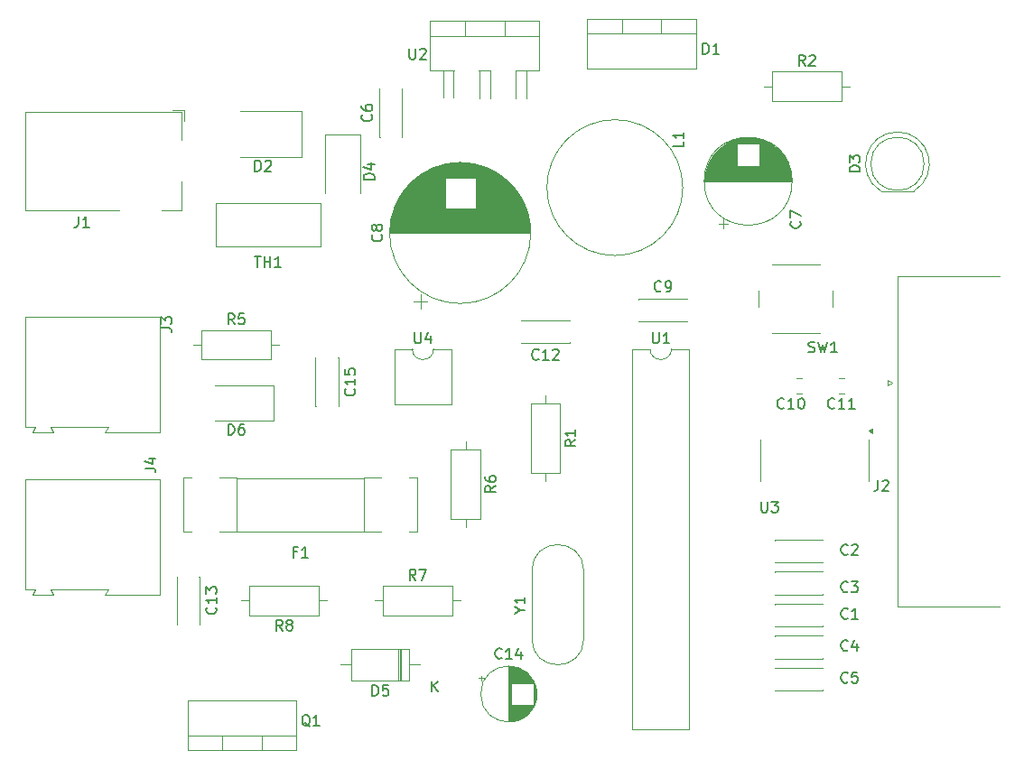
<source format=gbr>
%TF.GenerationSoftware,KiCad,Pcbnew,9.0.4*%
%TF.CreationDate,2025-09-02T22:33:32-03:00*%
%TF.ProjectId,sillion,73696c6c-696f-46e2-9e6b-696361645f70,rev?*%
%TF.SameCoordinates,Original*%
%TF.FileFunction,Legend,Top*%
%TF.FilePolarity,Positive*%
%FSLAX46Y46*%
G04 Gerber Fmt 4.6, Leading zero omitted, Abs format (unit mm)*
G04 Created by KiCad (PCBNEW 9.0.4) date 2025-09-02 22:33:32*
%MOMM*%
%LPD*%
G01*
G04 APERTURE LIST*
%ADD10C,0.150000*%
%ADD11C,0.120000*%
G04 APERTURE END LIST*
D10*
X160166666Y-62954819D02*
X160166666Y-63669104D01*
X160166666Y-63669104D02*
X160119047Y-63811961D01*
X160119047Y-63811961D02*
X160023809Y-63907200D01*
X160023809Y-63907200D02*
X159880952Y-63954819D01*
X159880952Y-63954819D02*
X159785714Y-63954819D01*
X160595238Y-63050057D02*
X160642857Y-63002438D01*
X160642857Y-63002438D02*
X160738095Y-62954819D01*
X160738095Y-62954819D02*
X160976190Y-62954819D01*
X160976190Y-62954819D02*
X161071428Y-63002438D01*
X161071428Y-63002438D02*
X161119047Y-63050057D01*
X161119047Y-63050057D02*
X161166666Y-63145295D01*
X161166666Y-63145295D02*
X161166666Y-63240533D01*
X161166666Y-63240533D02*
X161119047Y-63383390D01*
X161119047Y-63383390D02*
X160547619Y-63954819D01*
X160547619Y-63954819D02*
X161166666Y-63954819D01*
X158494819Y-34008094D02*
X157494819Y-34008094D01*
X157494819Y-34008094D02*
X157494819Y-33769999D01*
X157494819Y-33769999D02*
X157542438Y-33627142D01*
X157542438Y-33627142D02*
X157637676Y-33531904D01*
X157637676Y-33531904D02*
X157732914Y-33484285D01*
X157732914Y-33484285D02*
X157923390Y-33436666D01*
X157923390Y-33436666D02*
X158066247Y-33436666D01*
X158066247Y-33436666D02*
X158256723Y-33484285D01*
X158256723Y-33484285D02*
X158351961Y-33531904D01*
X158351961Y-33531904D02*
X158447200Y-33627142D01*
X158447200Y-33627142D02*
X158494819Y-33769999D01*
X158494819Y-33769999D02*
X158494819Y-34008094D01*
X157494819Y-33103332D02*
X157494819Y-32484285D01*
X157494819Y-32484285D02*
X157875771Y-32817618D01*
X157875771Y-32817618D02*
X157875771Y-32674761D01*
X157875771Y-32674761D02*
X157923390Y-32579523D01*
X157923390Y-32579523D02*
X157971009Y-32531904D01*
X157971009Y-32531904D02*
X158066247Y-32484285D01*
X158066247Y-32484285D02*
X158304342Y-32484285D01*
X158304342Y-32484285D02*
X158399580Y-32531904D01*
X158399580Y-32531904D02*
X158447200Y-32579523D01*
X158447200Y-32579523D02*
X158494819Y-32674761D01*
X158494819Y-32674761D02*
X158494819Y-32960475D01*
X158494819Y-32960475D02*
X158447200Y-33055713D01*
X158447200Y-33055713D02*
X158399580Y-33103332D01*
X157333333Y-81859580D02*
X157285714Y-81907200D01*
X157285714Y-81907200D02*
X157142857Y-81954819D01*
X157142857Y-81954819D02*
X157047619Y-81954819D01*
X157047619Y-81954819D02*
X156904762Y-81907200D01*
X156904762Y-81907200D02*
X156809524Y-81811961D01*
X156809524Y-81811961D02*
X156761905Y-81716723D01*
X156761905Y-81716723D02*
X156714286Y-81526247D01*
X156714286Y-81526247D02*
X156714286Y-81383390D01*
X156714286Y-81383390D02*
X156761905Y-81192914D01*
X156761905Y-81192914D02*
X156809524Y-81097676D01*
X156809524Y-81097676D02*
X156904762Y-81002438D01*
X156904762Y-81002438D02*
X157047619Y-80954819D01*
X157047619Y-80954819D02*
X157142857Y-80954819D01*
X157142857Y-80954819D02*
X157285714Y-81002438D01*
X157285714Y-81002438D02*
X157333333Y-81050057D01*
X158238095Y-80954819D02*
X157761905Y-80954819D01*
X157761905Y-80954819D02*
X157714286Y-81431009D01*
X157714286Y-81431009D02*
X157761905Y-81383390D01*
X157761905Y-81383390D02*
X157857143Y-81335771D01*
X157857143Y-81335771D02*
X158095238Y-81335771D01*
X158095238Y-81335771D02*
X158190476Y-81383390D01*
X158190476Y-81383390D02*
X158238095Y-81431009D01*
X158238095Y-81431009D02*
X158285714Y-81526247D01*
X158285714Y-81526247D02*
X158285714Y-81764342D01*
X158285714Y-81764342D02*
X158238095Y-81859580D01*
X158238095Y-81859580D02*
X158190476Y-81907200D01*
X158190476Y-81907200D02*
X158095238Y-81954819D01*
X158095238Y-81954819D02*
X157857143Y-81954819D01*
X157857143Y-81954819D02*
X157761905Y-81907200D01*
X157761905Y-81907200D02*
X157714286Y-81859580D01*
X157333333Y-75859580D02*
X157285714Y-75907200D01*
X157285714Y-75907200D02*
X157142857Y-75954819D01*
X157142857Y-75954819D02*
X157047619Y-75954819D01*
X157047619Y-75954819D02*
X156904762Y-75907200D01*
X156904762Y-75907200D02*
X156809524Y-75811961D01*
X156809524Y-75811961D02*
X156761905Y-75716723D01*
X156761905Y-75716723D02*
X156714286Y-75526247D01*
X156714286Y-75526247D02*
X156714286Y-75383390D01*
X156714286Y-75383390D02*
X156761905Y-75192914D01*
X156761905Y-75192914D02*
X156809524Y-75097676D01*
X156809524Y-75097676D02*
X156904762Y-75002438D01*
X156904762Y-75002438D02*
X157047619Y-74954819D01*
X157047619Y-74954819D02*
X157142857Y-74954819D01*
X157142857Y-74954819D02*
X157285714Y-75002438D01*
X157285714Y-75002438D02*
X157333333Y-75050057D01*
X158285714Y-75954819D02*
X157714286Y-75954819D01*
X158000000Y-75954819D02*
X158000000Y-74954819D01*
X158000000Y-74954819D02*
X157904762Y-75097676D01*
X157904762Y-75097676D02*
X157809524Y-75192914D01*
X157809524Y-75192914D02*
X157714286Y-75240533D01*
X157333333Y-78859580D02*
X157285714Y-78907200D01*
X157285714Y-78907200D02*
X157142857Y-78954819D01*
X157142857Y-78954819D02*
X157047619Y-78954819D01*
X157047619Y-78954819D02*
X156904762Y-78907200D01*
X156904762Y-78907200D02*
X156809524Y-78811961D01*
X156809524Y-78811961D02*
X156761905Y-78716723D01*
X156761905Y-78716723D02*
X156714286Y-78526247D01*
X156714286Y-78526247D02*
X156714286Y-78383390D01*
X156714286Y-78383390D02*
X156761905Y-78192914D01*
X156761905Y-78192914D02*
X156809524Y-78097676D01*
X156809524Y-78097676D02*
X156904762Y-78002438D01*
X156904762Y-78002438D02*
X157047619Y-77954819D01*
X157047619Y-77954819D02*
X157142857Y-77954819D01*
X157142857Y-77954819D02*
X157285714Y-78002438D01*
X157285714Y-78002438D02*
X157333333Y-78050057D01*
X158190476Y-78288152D02*
X158190476Y-78954819D01*
X157952381Y-77907200D02*
X157714286Y-78621485D01*
X157714286Y-78621485D02*
X158333333Y-78621485D01*
X157333333Y-69859580D02*
X157285714Y-69907200D01*
X157285714Y-69907200D02*
X157142857Y-69954819D01*
X157142857Y-69954819D02*
X157047619Y-69954819D01*
X157047619Y-69954819D02*
X156904762Y-69907200D01*
X156904762Y-69907200D02*
X156809524Y-69811961D01*
X156809524Y-69811961D02*
X156761905Y-69716723D01*
X156761905Y-69716723D02*
X156714286Y-69526247D01*
X156714286Y-69526247D02*
X156714286Y-69383390D01*
X156714286Y-69383390D02*
X156761905Y-69192914D01*
X156761905Y-69192914D02*
X156809524Y-69097676D01*
X156809524Y-69097676D02*
X156904762Y-69002438D01*
X156904762Y-69002438D02*
X157047619Y-68954819D01*
X157047619Y-68954819D02*
X157142857Y-68954819D01*
X157142857Y-68954819D02*
X157285714Y-69002438D01*
X157285714Y-69002438D02*
X157333333Y-69050057D01*
X157714286Y-69050057D02*
X157761905Y-69002438D01*
X157761905Y-69002438D02*
X157857143Y-68954819D01*
X157857143Y-68954819D02*
X158095238Y-68954819D01*
X158095238Y-68954819D02*
X158190476Y-69002438D01*
X158190476Y-69002438D02*
X158238095Y-69050057D01*
X158238095Y-69050057D02*
X158285714Y-69145295D01*
X158285714Y-69145295D02*
X158285714Y-69240533D01*
X158285714Y-69240533D02*
X158238095Y-69383390D01*
X158238095Y-69383390D02*
X157666667Y-69954819D01*
X157666667Y-69954819D02*
X158285714Y-69954819D01*
X156098342Y-56141580D02*
X156050723Y-56189200D01*
X156050723Y-56189200D02*
X155907866Y-56236819D01*
X155907866Y-56236819D02*
X155812628Y-56236819D01*
X155812628Y-56236819D02*
X155669771Y-56189200D01*
X155669771Y-56189200D02*
X155574533Y-56093961D01*
X155574533Y-56093961D02*
X155526914Y-55998723D01*
X155526914Y-55998723D02*
X155479295Y-55808247D01*
X155479295Y-55808247D02*
X155479295Y-55665390D01*
X155479295Y-55665390D02*
X155526914Y-55474914D01*
X155526914Y-55474914D02*
X155574533Y-55379676D01*
X155574533Y-55379676D02*
X155669771Y-55284438D01*
X155669771Y-55284438D02*
X155812628Y-55236819D01*
X155812628Y-55236819D02*
X155907866Y-55236819D01*
X155907866Y-55236819D02*
X156050723Y-55284438D01*
X156050723Y-55284438D02*
X156098342Y-55332057D01*
X157050723Y-56236819D02*
X156479295Y-56236819D01*
X156765009Y-56236819D02*
X156765009Y-55236819D01*
X156765009Y-55236819D02*
X156669771Y-55379676D01*
X156669771Y-55379676D02*
X156574533Y-55474914D01*
X156574533Y-55474914D02*
X156479295Y-55522533D01*
X158003104Y-56236819D02*
X157431676Y-56236819D01*
X157717390Y-56236819D02*
X157717390Y-55236819D01*
X157717390Y-55236819D02*
X157622152Y-55379676D01*
X157622152Y-55379676D02*
X157526914Y-55474914D01*
X157526914Y-55474914D02*
X157431676Y-55522533D01*
X151357142Y-56141580D02*
X151309523Y-56189200D01*
X151309523Y-56189200D02*
X151166666Y-56236819D01*
X151166666Y-56236819D02*
X151071428Y-56236819D01*
X151071428Y-56236819D02*
X150928571Y-56189200D01*
X150928571Y-56189200D02*
X150833333Y-56093961D01*
X150833333Y-56093961D02*
X150785714Y-55998723D01*
X150785714Y-55998723D02*
X150738095Y-55808247D01*
X150738095Y-55808247D02*
X150738095Y-55665390D01*
X150738095Y-55665390D02*
X150785714Y-55474914D01*
X150785714Y-55474914D02*
X150833333Y-55379676D01*
X150833333Y-55379676D02*
X150928571Y-55284438D01*
X150928571Y-55284438D02*
X151071428Y-55236819D01*
X151071428Y-55236819D02*
X151166666Y-55236819D01*
X151166666Y-55236819D02*
X151309523Y-55284438D01*
X151309523Y-55284438D02*
X151357142Y-55332057D01*
X152309523Y-56236819D02*
X151738095Y-56236819D01*
X152023809Y-56236819D02*
X152023809Y-55236819D01*
X152023809Y-55236819D02*
X151928571Y-55379676D01*
X151928571Y-55379676D02*
X151833333Y-55474914D01*
X151833333Y-55474914D02*
X151738095Y-55522533D01*
X152928571Y-55236819D02*
X153023809Y-55236819D01*
X153023809Y-55236819D02*
X153119047Y-55284438D01*
X153119047Y-55284438D02*
X153166666Y-55332057D01*
X153166666Y-55332057D02*
X153214285Y-55427295D01*
X153214285Y-55427295D02*
X153261904Y-55617771D01*
X153261904Y-55617771D02*
X153261904Y-55855866D01*
X153261904Y-55855866D02*
X153214285Y-56046342D01*
X153214285Y-56046342D02*
X153166666Y-56141580D01*
X153166666Y-56141580D02*
X153119047Y-56189200D01*
X153119047Y-56189200D02*
X153023809Y-56236819D01*
X153023809Y-56236819D02*
X152928571Y-56236819D01*
X152928571Y-56236819D02*
X152833333Y-56189200D01*
X152833333Y-56189200D02*
X152785714Y-56141580D01*
X152785714Y-56141580D02*
X152738095Y-56046342D01*
X152738095Y-56046342D02*
X152690476Y-55855866D01*
X152690476Y-55855866D02*
X152690476Y-55617771D01*
X152690476Y-55617771D02*
X152738095Y-55427295D01*
X152738095Y-55427295D02*
X152785714Y-55332057D01*
X152785714Y-55332057D02*
X152833333Y-55284438D01*
X152833333Y-55284438D02*
X152928571Y-55236819D01*
X149238095Y-64954819D02*
X149238095Y-65764342D01*
X149238095Y-65764342D02*
X149285714Y-65859580D01*
X149285714Y-65859580D02*
X149333333Y-65907200D01*
X149333333Y-65907200D02*
X149428571Y-65954819D01*
X149428571Y-65954819D02*
X149619047Y-65954819D01*
X149619047Y-65954819D02*
X149714285Y-65907200D01*
X149714285Y-65907200D02*
X149761904Y-65859580D01*
X149761904Y-65859580D02*
X149809523Y-65764342D01*
X149809523Y-65764342D02*
X149809523Y-64954819D01*
X150190476Y-64954819D02*
X150809523Y-64954819D01*
X150809523Y-64954819D02*
X150476190Y-65335771D01*
X150476190Y-65335771D02*
X150619047Y-65335771D01*
X150619047Y-65335771D02*
X150714285Y-65383390D01*
X150714285Y-65383390D02*
X150761904Y-65431009D01*
X150761904Y-65431009D02*
X150809523Y-65526247D01*
X150809523Y-65526247D02*
X150809523Y-65764342D01*
X150809523Y-65764342D02*
X150761904Y-65859580D01*
X150761904Y-65859580D02*
X150714285Y-65907200D01*
X150714285Y-65907200D02*
X150619047Y-65954819D01*
X150619047Y-65954819D02*
X150333333Y-65954819D01*
X150333333Y-65954819D02*
X150238095Y-65907200D01*
X150238095Y-65907200D02*
X150190476Y-65859580D01*
X153666667Y-50907200D02*
X153809524Y-50954819D01*
X153809524Y-50954819D02*
X154047619Y-50954819D01*
X154047619Y-50954819D02*
X154142857Y-50907200D01*
X154142857Y-50907200D02*
X154190476Y-50859580D01*
X154190476Y-50859580D02*
X154238095Y-50764342D01*
X154238095Y-50764342D02*
X154238095Y-50669104D01*
X154238095Y-50669104D02*
X154190476Y-50573866D01*
X154190476Y-50573866D02*
X154142857Y-50526247D01*
X154142857Y-50526247D02*
X154047619Y-50478628D01*
X154047619Y-50478628D02*
X153857143Y-50431009D01*
X153857143Y-50431009D02*
X153761905Y-50383390D01*
X153761905Y-50383390D02*
X153714286Y-50335771D01*
X153714286Y-50335771D02*
X153666667Y-50240533D01*
X153666667Y-50240533D02*
X153666667Y-50145295D01*
X153666667Y-50145295D02*
X153714286Y-50050057D01*
X153714286Y-50050057D02*
X153761905Y-50002438D01*
X153761905Y-50002438D02*
X153857143Y-49954819D01*
X153857143Y-49954819D02*
X154095238Y-49954819D01*
X154095238Y-49954819D02*
X154238095Y-50002438D01*
X154571429Y-49954819D02*
X154809524Y-50954819D01*
X154809524Y-50954819D02*
X155000000Y-50240533D01*
X155000000Y-50240533D02*
X155190476Y-50954819D01*
X155190476Y-50954819D02*
X155428572Y-49954819D01*
X156333333Y-50954819D02*
X155761905Y-50954819D01*
X156047619Y-50954819D02*
X156047619Y-49954819D01*
X156047619Y-49954819D02*
X155952381Y-50097676D01*
X155952381Y-50097676D02*
X155857143Y-50192914D01*
X155857143Y-50192914D02*
X155761905Y-50240533D01*
X112659580Y-28666666D02*
X112707200Y-28714285D01*
X112707200Y-28714285D02*
X112754819Y-28857142D01*
X112754819Y-28857142D02*
X112754819Y-28952380D01*
X112754819Y-28952380D02*
X112707200Y-29095237D01*
X112707200Y-29095237D02*
X112611961Y-29190475D01*
X112611961Y-29190475D02*
X112516723Y-29238094D01*
X112516723Y-29238094D02*
X112326247Y-29285713D01*
X112326247Y-29285713D02*
X112183390Y-29285713D01*
X112183390Y-29285713D02*
X111992914Y-29238094D01*
X111992914Y-29238094D02*
X111897676Y-29190475D01*
X111897676Y-29190475D02*
X111802438Y-29095237D01*
X111802438Y-29095237D02*
X111754819Y-28952380D01*
X111754819Y-28952380D02*
X111754819Y-28857142D01*
X111754819Y-28857142D02*
X111802438Y-28714285D01*
X111802438Y-28714285D02*
X111850057Y-28666666D01*
X111754819Y-27809523D02*
X111754819Y-27999999D01*
X111754819Y-27999999D02*
X111802438Y-28095237D01*
X111802438Y-28095237D02*
X111850057Y-28142856D01*
X111850057Y-28142856D02*
X111992914Y-28238094D01*
X111992914Y-28238094D02*
X112183390Y-28285713D01*
X112183390Y-28285713D02*
X112564342Y-28285713D01*
X112564342Y-28285713D02*
X112659580Y-28238094D01*
X112659580Y-28238094D02*
X112707200Y-28190475D01*
X112707200Y-28190475D02*
X112754819Y-28095237D01*
X112754819Y-28095237D02*
X112754819Y-27904761D01*
X112754819Y-27904761D02*
X112707200Y-27809523D01*
X112707200Y-27809523D02*
X112659580Y-27761904D01*
X112659580Y-27761904D02*
X112564342Y-27714285D01*
X112564342Y-27714285D02*
X112326247Y-27714285D01*
X112326247Y-27714285D02*
X112231009Y-27761904D01*
X112231009Y-27761904D02*
X112183390Y-27809523D01*
X112183390Y-27809523D02*
X112135771Y-27904761D01*
X112135771Y-27904761D02*
X112135771Y-28095237D01*
X112135771Y-28095237D02*
X112183390Y-28190475D01*
X112183390Y-28190475D02*
X112231009Y-28238094D01*
X112231009Y-28238094D02*
X112326247Y-28285713D01*
X116238095Y-22454819D02*
X116238095Y-23264342D01*
X116238095Y-23264342D02*
X116285714Y-23359580D01*
X116285714Y-23359580D02*
X116333333Y-23407200D01*
X116333333Y-23407200D02*
X116428571Y-23454819D01*
X116428571Y-23454819D02*
X116619047Y-23454819D01*
X116619047Y-23454819D02*
X116714285Y-23407200D01*
X116714285Y-23407200D02*
X116761904Y-23359580D01*
X116761904Y-23359580D02*
X116809523Y-23264342D01*
X116809523Y-23264342D02*
X116809523Y-22454819D01*
X117238095Y-22550057D02*
X117285714Y-22502438D01*
X117285714Y-22502438D02*
X117380952Y-22454819D01*
X117380952Y-22454819D02*
X117619047Y-22454819D01*
X117619047Y-22454819D02*
X117714285Y-22502438D01*
X117714285Y-22502438D02*
X117761904Y-22550057D01*
X117761904Y-22550057D02*
X117809523Y-22645295D01*
X117809523Y-22645295D02*
X117809523Y-22740533D01*
X117809523Y-22740533D02*
X117761904Y-22883390D01*
X117761904Y-22883390D02*
X117190476Y-23454819D01*
X117190476Y-23454819D02*
X117809523Y-23454819D01*
X143761905Y-22954819D02*
X143761905Y-21954819D01*
X143761905Y-21954819D02*
X144000000Y-21954819D01*
X144000000Y-21954819D02*
X144142857Y-22002438D01*
X144142857Y-22002438D02*
X144238095Y-22097676D01*
X144238095Y-22097676D02*
X144285714Y-22192914D01*
X144285714Y-22192914D02*
X144333333Y-22383390D01*
X144333333Y-22383390D02*
X144333333Y-22526247D01*
X144333333Y-22526247D02*
X144285714Y-22716723D01*
X144285714Y-22716723D02*
X144238095Y-22811961D01*
X144238095Y-22811961D02*
X144142857Y-22907200D01*
X144142857Y-22907200D02*
X144000000Y-22954819D01*
X144000000Y-22954819D02*
X143761905Y-22954819D01*
X145285714Y-22954819D02*
X144714286Y-22954819D01*
X145000000Y-22954819D02*
X145000000Y-21954819D01*
X145000000Y-21954819D02*
X144904762Y-22097676D01*
X144904762Y-22097676D02*
X144809524Y-22192914D01*
X144809524Y-22192914D02*
X144714286Y-22240533D01*
X124902030Y-79609580D02*
X124854411Y-79657200D01*
X124854411Y-79657200D02*
X124711554Y-79704819D01*
X124711554Y-79704819D02*
X124616316Y-79704819D01*
X124616316Y-79704819D02*
X124473459Y-79657200D01*
X124473459Y-79657200D02*
X124378221Y-79561961D01*
X124378221Y-79561961D02*
X124330602Y-79466723D01*
X124330602Y-79466723D02*
X124282983Y-79276247D01*
X124282983Y-79276247D02*
X124282983Y-79133390D01*
X124282983Y-79133390D02*
X124330602Y-78942914D01*
X124330602Y-78942914D02*
X124378221Y-78847676D01*
X124378221Y-78847676D02*
X124473459Y-78752438D01*
X124473459Y-78752438D02*
X124616316Y-78704819D01*
X124616316Y-78704819D02*
X124711554Y-78704819D01*
X124711554Y-78704819D02*
X124854411Y-78752438D01*
X124854411Y-78752438D02*
X124902030Y-78800057D01*
X125854411Y-79704819D02*
X125282983Y-79704819D01*
X125568697Y-79704819D02*
X125568697Y-78704819D01*
X125568697Y-78704819D02*
X125473459Y-78847676D01*
X125473459Y-78847676D02*
X125378221Y-78942914D01*
X125378221Y-78942914D02*
X125282983Y-78990533D01*
X126711554Y-79038152D02*
X126711554Y-79704819D01*
X126473459Y-78657200D02*
X126235364Y-79371485D01*
X126235364Y-79371485D02*
X126854411Y-79371485D01*
X106904761Y-86050057D02*
X106809523Y-86002438D01*
X106809523Y-86002438D02*
X106714285Y-85907200D01*
X106714285Y-85907200D02*
X106571428Y-85764342D01*
X106571428Y-85764342D02*
X106476190Y-85716723D01*
X106476190Y-85716723D02*
X106380952Y-85716723D01*
X106428571Y-85954819D02*
X106333333Y-85907200D01*
X106333333Y-85907200D02*
X106238095Y-85811961D01*
X106238095Y-85811961D02*
X106190476Y-85621485D01*
X106190476Y-85621485D02*
X106190476Y-85288152D01*
X106190476Y-85288152D02*
X106238095Y-85097676D01*
X106238095Y-85097676D02*
X106333333Y-85002438D01*
X106333333Y-85002438D02*
X106428571Y-84954819D01*
X106428571Y-84954819D02*
X106619047Y-84954819D01*
X106619047Y-84954819D02*
X106714285Y-85002438D01*
X106714285Y-85002438D02*
X106809523Y-85097676D01*
X106809523Y-85097676D02*
X106857142Y-85288152D01*
X106857142Y-85288152D02*
X106857142Y-85621485D01*
X106857142Y-85621485D02*
X106809523Y-85811961D01*
X106809523Y-85811961D02*
X106714285Y-85907200D01*
X106714285Y-85907200D02*
X106619047Y-85954819D01*
X106619047Y-85954819D02*
X106428571Y-85954819D01*
X107809523Y-85954819D02*
X107238095Y-85954819D01*
X107523809Y-85954819D02*
X107523809Y-84954819D01*
X107523809Y-84954819D02*
X107428571Y-85097676D01*
X107428571Y-85097676D02*
X107333333Y-85192914D01*
X107333333Y-85192914D02*
X107238095Y-85240533D01*
X101761905Y-33954819D02*
X101761905Y-32954819D01*
X101761905Y-32954819D02*
X102000000Y-32954819D01*
X102000000Y-32954819D02*
X102142857Y-33002438D01*
X102142857Y-33002438D02*
X102238095Y-33097676D01*
X102238095Y-33097676D02*
X102285714Y-33192914D01*
X102285714Y-33192914D02*
X102333333Y-33383390D01*
X102333333Y-33383390D02*
X102333333Y-33526247D01*
X102333333Y-33526247D02*
X102285714Y-33716723D01*
X102285714Y-33716723D02*
X102238095Y-33811961D01*
X102238095Y-33811961D02*
X102142857Y-33907200D01*
X102142857Y-33907200D02*
X102000000Y-33954819D01*
X102000000Y-33954819D02*
X101761905Y-33954819D01*
X102714286Y-33050057D02*
X102761905Y-33002438D01*
X102761905Y-33002438D02*
X102857143Y-32954819D01*
X102857143Y-32954819D02*
X103095238Y-32954819D01*
X103095238Y-32954819D02*
X103190476Y-33002438D01*
X103190476Y-33002438D02*
X103238095Y-33050057D01*
X103238095Y-33050057D02*
X103285714Y-33145295D01*
X103285714Y-33145295D02*
X103285714Y-33240533D01*
X103285714Y-33240533D02*
X103238095Y-33383390D01*
X103238095Y-33383390D02*
X102666667Y-33954819D01*
X102666667Y-33954819D02*
X103285714Y-33954819D01*
X124324819Y-63481666D02*
X123848628Y-63814999D01*
X124324819Y-64053094D02*
X123324819Y-64053094D01*
X123324819Y-64053094D02*
X123324819Y-63672142D01*
X123324819Y-63672142D02*
X123372438Y-63576904D01*
X123372438Y-63576904D02*
X123420057Y-63529285D01*
X123420057Y-63529285D02*
X123515295Y-63481666D01*
X123515295Y-63481666D02*
X123658152Y-63481666D01*
X123658152Y-63481666D02*
X123753390Y-63529285D01*
X123753390Y-63529285D02*
X123801009Y-63576904D01*
X123801009Y-63576904D02*
X123848628Y-63672142D01*
X123848628Y-63672142D02*
X123848628Y-64053094D01*
X123324819Y-62624523D02*
X123324819Y-62814999D01*
X123324819Y-62814999D02*
X123372438Y-62910237D01*
X123372438Y-62910237D02*
X123420057Y-62957856D01*
X123420057Y-62957856D02*
X123562914Y-63053094D01*
X123562914Y-63053094D02*
X123753390Y-63100713D01*
X123753390Y-63100713D02*
X124134342Y-63100713D01*
X124134342Y-63100713D02*
X124229580Y-63053094D01*
X124229580Y-63053094D02*
X124277200Y-63005475D01*
X124277200Y-63005475D02*
X124324819Y-62910237D01*
X124324819Y-62910237D02*
X124324819Y-62719761D01*
X124324819Y-62719761D02*
X124277200Y-62624523D01*
X124277200Y-62624523D02*
X124229580Y-62576904D01*
X124229580Y-62576904D02*
X124134342Y-62529285D01*
X124134342Y-62529285D02*
X123896247Y-62529285D01*
X123896247Y-62529285D02*
X123801009Y-62576904D01*
X123801009Y-62576904D02*
X123753390Y-62624523D01*
X123753390Y-62624523D02*
X123705771Y-62719761D01*
X123705771Y-62719761D02*
X123705771Y-62910237D01*
X123705771Y-62910237D02*
X123753390Y-63005475D01*
X123753390Y-63005475D02*
X123801009Y-63053094D01*
X123801009Y-63053094D02*
X123896247Y-63100713D01*
X126608228Y-75102990D02*
X127084419Y-75102990D01*
X126084419Y-75436323D02*
X126608228Y-75102990D01*
X126608228Y-75102990D02*
X126084419Y-74769657D01*
X127084419Y-73912514D02*
X127084419Y-74483942D01*
X127084419Y-74198228D02*
X126084419Y-74198228D01*
X126084419Y-74198228D02*
X126227276Y-74293466D01*
X126227276Y-74293466D02*
X126322514Y-74388704D01*
X126322514Y-74388704D02*
X126370133Y-74483942D01*
X116743095Y-49084819D02*
X116743095Y-49894342D01*
X116743095Y-49894342D02*
X116790714Y-49989580D01*
X116790714Y-49989580D02*
X116838333Y-50037200D01*
X116838333Y-50037200D02*
X116933571Y-50084819D01*
X116933571Y-50084819D02*
X117124047Y-50084819D01*
X117124047Y-50084819D02*
X117219285Y-50037200D01*
X117219285Y-50037200D02*
X117266904Y-49989580D01*
X117266904Y-49989580D02*
X117314523Y-49894342D01*
X117314523Y-49894342D02*
X117314523Y-49084819D01*
X118219285Y-49418152D02*
X118219285Y-50084819D01*
X117981190Y-49037200D02*
X117743095Y-49751485D01*
X117743095Y-49751485D02*
X118362142Y-49751485D01*
X104333333Y-77059819D02*
X104000000Y-76583628D01*
X103761905Y-77059819D02*
X103761905Y-76059819D01*
X103761905Y-76059819D02*
X104142857Y-76059819D01*
X104142857Y-76059819D02*
X104238095Y-76107438D01*
X104238095Y-76107438D02*
X104285714Y-76155057D01*
X104285714Y-76155057D02*
X104333333Y-76250295D01*
X104333333Y-76250295D02*
X104333333Y-76393152D01*
X104333333Y-76393152D02*
X104285714Y-76488390D01*
X104285714Y-76488390D02*
X104238095Y-76536009D01*
X104238095Y-76536009D02*
X104142857Y-76583628D01*
X104142857Y-76583628D02*
X103761905Y-76583628D01*
X104904762Y-76488390D02*
X104809524Y-76440771D01*
X104809524Y-76440771D02*
X104761905Y-76393152D01*
X104761905Y-76393152D02*
X104714286Y-76297914D01*
X104714286Y-76297914D02*
X104714286Y-76250295D01*
X104714286Y-76250295D02*
X104761905Y-76155057D01*
X104761905Y-76155057D02*
X104809524Y-76107438D01*
X104809524Y-76107438D02*
X104904762Y-76059819D01*
X104904762Y-76059819D02*
X105095238Y-76059819D01*
X105095238Y-76059819D02*
X105190476Y-76107438D01*
X105190476Y-76107438D02*
X105238095Y-76155057D01*
X105238095Y-76155057D02*
X105285714Y-76250295D01*
X105285714Y-76250295D02*
X105285714Y-76297914D01*
X105285714Y-76297914D02*
X105238095Y-76393152D01*
X105238095Y-76393152D02*
X105190476Y-76440771D01*
X105190476Y-76440771D02*
X105095238Y-76488390D01*
X105095238Y-76488390D02*
X104904762Y-76488390D01*
X104904762Y-76488390D02*
X104809524Y-76536009D01*
X104809524Y-76536009D02*
X104761905Y-76583628D01*
X104761905Y-76583628D02*
X104714286Y-76678866D01*
X104714286Y-76678866D02*
X104714286Y-76869342D01*
X104714286Y-76869342D02*
X104761905Y-76964580D01*
X104761905Y-76964580D02*
X104809524Y-77012200D01*
X104809524Y-77012200D02*
X104904762Y-77059819D01*
X104904762Y-77059819D02*
X105095238Y-77059819D01*
X105095238Y-77059819D02*
X105190476Y-77012200D01*
X105190476Y-77012200D02*
X105238095Y-76964580D01*
X105238095Y-76964580D02*
X105285714Y-76869342D01*
X105285714Y-76869342D02*
X105285714Y-76678866D01*
X105285714Y-76678866D02*
X105238095Y-76583628D01*
X105238095Y-76583628D02*
X105190476Y-76536009D01*
X105190476Y-76536009D02*
X105095238Y-76488390D01*
X116833333Y-72319819D02*
X116500000Y-71843628D01*
X116261905Y-72319819D02*
X116261905Y-71319819D01*
X116261905Y-71319819D02*
X116642857Y-71319819D01*
X116642857Y-71319819D02*
X116738095Y-71367438D01*
X116738095Y-71367438D02*
X116785714Y-71415057D01*
X116785714Y-71415057D02*
X116833333Y-71510295D01*
X116833333Y-71510295D02*
X116833333Y-71653152D01*
X116833333Y-71653152D02*
X116785714Y-71748390D01*
X116785714Y-71748390D02*
X116738095Y-71796009D01*
X116738095Y-71796009D02*
X116642857Y-71843628D01*
X116642857Y-71843628D02*
X116261905Y-71843628D01*
X117166667Y-71319819D02*
X117833333Y-71319819D01*
X117833333Y-71319819D02*
X117404762Y-72319819D01*
X99833333Y-48319819D02*
X99500000Y-47843628D01*
X99261905Y-48319819D02*
X99261905Y-47319819D01*
X99261905Y-47319819D02*
X99642857Y-47319819D01*
X99642857Y-47319819D02*
X99738095Y-47367438D01*
X99738095Y-47367438D02*
X99785714Y-47415057D01*
X99785714Y-47415057D02*
X99833333Y-47510295D01*
X99833333Y-47510295D02*
X99833333Y-47653152D01*
X99833333Y-47653152D02*
X99785714Y-47748390D01*
X99785714Y-47748390D02*
X99738095Y-47796009D01*
X99738095Y-47796009D02*
X99642857Y-47843628D01*
X99642857Y-47843628D02*
X99261905Y-47843628D01*
X100738095Y-47319819D02*
X100261905Y-47319819D01*
X100261905Y-47319819D02*
X100214286Y-47796009D01*
X100214286Y-47796009D02*
X100261905Y-47748390D01*
X100261905Y-47748390D02*
X100357143Y-47700771D01*
X100357143Y-47700771D02*
X100595238Y-47700771D01*
X100595238Y-47700771D02*
X100690476Y-47748390D01*
X100690476Y-47748390D02*
X100738095Y-47796009D01*
X100738095Y-47796009D02*
X100785714Y-47891247D01*
X100785714Y-47891247D02*
X100785714Y-48129342D01*
X100785714Y-48129342D02*
X100738095Y-48224580D01*
X100738095Y-48224580D02*
X100690476Y-48272200D01*
X100690476Y-48272200D02*
X100595238Y-48319819D01*
X100595238Y-48319819D02*
X100357143Y-48319819D01*
X100357143Y-48319819D02*
X100261905Y-48272200D01*
X100261905Y-48272200D02*
X100214286Y-48224580D01*
X153333333Y-24084819D02*
X153000000Y-23608628D01*
X152761905Y-24084819D02*
X152761905Y-23084819D01*
X152761905Y-23084819D02*
X153142857Y-23084819D01*
X153142857Y-23084819D02*
X153238095Y-23132438D01*
X153238095Y-23132438D02*
X153285714Y-23180057D01*
X153285714Y-23180057D02*
X153333333Y-23275295D01*
X153333333Y-23275295D02*
X153333333Y-23418152D01*
X153333333Y-23418152D02*
X153285714Y-23513390D01*
X153285714Y-23513390D02*
X153238095Y-23561009D01*
X153238095Y-23561009D02*
X153142857Y-23608628D01*
X153142857Y-23608628D02*
X152761905Y-23608628D01*
X153714286Y-23180057D02*
X153761905Y-23132438D01*
X153761905Y-23132438D02*
X153857143Y-23084819D01*
X153857143Y-23084819D02*
X154095238Y-23084819D01*
X154095238Y-23084819D02*
X154190476Y-23132438D01*
X154190476Y-23132438D02*
X154238095Y-23180057D01*
X154238095Y-23180057D02*
X154285714Y-23275295D01*
X154285714Y-23275295D02*
X154285714Y-23370533D01*
X154285714Y-23370533D02*
X154238095Y-23513390D01*
X154238095Y-23513390D02*
X153666667Y-24084819D01*
X153666667Y-24084819D02*
X154285714Y-24084819D01*
X131824819Y-59166666D02*
X131348628Y-59499999D01*
X131824819Y-59738094D02*
X130824819Y-59738094D01*
X130824819Y-59738094D02*
X130824819Y-59357142D01*
X130824819Y-59357142D02*
X130872438Y-59261904D01*
X130872438Y-59261904D02*
X130920057Y-59214285D01*
X130920057Y-59214285D02*
X131015295Y-59166666D01*
X131015295Y-59166666D02*
X131158152Y-59166666D01*
X131158152Y-59166666D02*
X131253390Y-59214285D01*
X131253390Y-59214285D02*
X131301009Y-59261904D01*
X131301009Y-59261904D02*
X131348628Y-59357142D01*
X131348628Y-59357142D02*
X131348628Y-59738094D01*
X131824819Y-58214285D02*
X131824819Y-58785713D01*
X131824819Y-58499999D02*
X130824819Y-58499999D01*
X130824819Y-58499999D02*
X130967676Y-58595237D01*
X130967676Y-58595237D02*
X131062914Y-58690475D01*
X131062914Y-58690475D02*
X131110533Y-58785713D01*
X141954819Y-31166666D02*
X141954819Y-31642856D01*
X141954819Y-31642856D02*
X140954819Y-31642856D01*
X141954819Y-30309523D02*
X141954819Y-30880951D01*
X141954819Y-30595237D02*
X140954819Y-30595237D01*
X140954819Y-30595237D02*
X141097676Y-30690475D01*
X141097676Y-30690475D02*
X141192914Y-30785713D01*
X141192914Y-30785713D02*
X141240533Y-30880951D01*
X91454819Y-61833333D02*
X92169104Y-61833333D01*
X92169104Y-61833333D02*
X92311961Y-61880952D01*
X92311961Y-61880952D02*
X92407200Y-61976190D01*
X92407200Y-61976190D02*
X92454819Y-62119047D01*
X92454819Y-62119047D02*
X92454819Y-62214285D01*
X91788152Y-60928571D02*
X92454819Y-60928571D01*
X91407200Y-61166666D02*
X92121485Y-61404761D01*
X92121485Y-61404761D02*
X92121485Y-60785714D01*
X92944819Y-48648333D02*
X93659104Y-48648333D01*
X93659104Y-48648333D02*
X93801961Y-48695952D01*
X93801961Y-48695952D02*
X93897200Y-48791190D01*
X93897200Y-48791190D02*
X93944819Y-48934047D01*
X93944819Y-48934047D02*
X93944819Y-49029285D01*
X92944819Y-48267380D02*
X92944819Y-47648333D01*
X92944819Y-47648333D02*
X93325771Y-47981666D01*
X93325771Y-47981666D02*
X93325771Y-47838809D01*
X93325771Y-47838809D02*
X93373390Y-47743571D01*
X93373390Y-47743571D02*
X93421009Y-47695952D01*
X93421009Y-47695952D02*
X93516247Y-47648333D01*
X93516247Y-47648333D02*
X93754342Y-47648333D01*
X93754342Y-47648333D02*
X93849580Y-47695952D01*
X93849580Y-47695952D02*
X93897200Y-47743571D01*
X93897200Y-47743571D02*
X93944819Y-47838809D01*
X93944819Y-47838809D02*
X93944819Y-48124523D01*
X93944819Y-48124523D02*
X93897200Y-48219761D01*
X93897200Y-48219761D02*
X93849580Y-48267380D01*
X85216666Y-38204819D02*
X85216666Y-38919104D01*
X85216666Y-38919104D02*
X85169047Y-39061961D01*
X85169047Y-39061961D02*
X85073809Y-39157200D01*
X85073809Y-39157200D02*
X84930952Y-39204819D01*
X84930952Y-39204819D02*
X84835714Y-39204819D01*
X86216666Y-39204819D02*
X85645238Y-39204819D01*
X85930952Y-39204819D02*
X85930952Y-38204819D01*
X85930952Y-38204819D02*
X85835714Y-38347676D01*
X85835714Y-38347676D02*
X85740476Y-38442914D01*
X85740476Y-38442914D02*
X85645238Y-38490533D01*
X105666666Y-69666009D02*
X105333333Y-69666009D01*
X105333333Y-70189819D02*
X105333333Y-69189819D01*
X105333333Y-69189819D02*
X105809523Y-69189819D01*
X106714285Y-70189819D02*
X106142857Y-70189819D01*
X106428571Y-70189819D02*
X106428571Y-69189819D01*
X106428571Y-69189819D02*
X106333333Y-69332676D01*
X106333333Y-69332676D02*
X106238095Y-69427914D01*
X106238095Y-69427914D02*
X106142857Y-69475533D01*
X99261905Y-58689819D02*
X99261905Y-57689819D01*
X99261905Y-57689819D02*
X99500000Y-57689819D01*
X99500000Y-57689819D02*
X99642857Y-57737438D01*
X99642857Y-57737438D02*
X99738095Y-57832676D01*
X99738095Y-57832676D02*
X99785714Y-57927914D01*
X99785714Y-57927914D02*
X99833333Y-58118390D01*
X99833333Y-58118390D02*
X99833333Y-58261247D01*
X99833333Y-58261247D02*
X99785714Y-58451723D01*
X99785714Y-58451723D02*
X99738095Y-58546961D01*
X99738095Y-58546961D02*
X99642857Y-58642200D01*
X99642857Y-58642200D02*
X99500000Y-58689819D01*
X99500000Y-58689819D02*
X99261905Y-58689819D01*
X100690476Y-57689819D02*
X100500000Y-57689819D01*
X100500000Y-57689819D02*
X100404762Y-57737438D01*
X100404762Y-57737438D02*
X100357143Y-57785057D01*
X100357143Y-57785057D02*
X100261905Y-57927914D01*
X100261905Y-57927914D02*
X100214286Y-58118390D01*
X100214286Y-58118390D02*
X100214286Y-58499342D01*
X100214286Y-58499342D02*
X100261905Y-58594580D01*
X100261905Y-58594580D02*
X100309524Y-58642200D01*
X100309524Y-58642200D02*
X100404762Y-58689819D01*
X100404762Y-58689819D02*
X100595238Y-58689819D01*
X100595238Y-58689819D02*
X100690476Y-58642200D01*
X100690476Y-58642200D02*
X100738095Y-58594580D01*
X100738095Y-58594580D02*
X100785714Y-58499342D01*
X100785714Y-58499342D02*
X100785714Y-58261247D01*
X100785714Y-58261247D02*
X100738095Y-58166009D01*
X100738095Y-58166009D02*
X100690476Y-58118390D01*
X100690476Y-58118390D02*
X100595238Y-58070771D01*
X100595238Y-58070771D02*
X100404762Y-58070771D01*
X100404762Y-58070771D02*
X100309524Y-58118390D01*
X100309524Y-58118390D02*
X100261905Y-58166009D01*
X100261905Y-58166009D02*
X100214286Y-58261247D01*
X112761905Y-83159819D02*
X112761905Y-82159819D01*
X112761905Y-82159819D02*
X113000000Y-82159819D01*
X113000000Y-82159819D02*
X113142857Y-82207438D01*
X113142857Y-82207438D02*
X113238095Y-82302676D01*
X113238095Y-82302676D02*
X113285714Y-82397914D01*
X113285714Y-82397914D02*
X113333333Y-82588390D01*
X113333333Y-82588390D02*
X113333333Y-82731247D01*
X113333333Y-82731247D02*
X113285714Y-82921723D01*
X113285714Y-82921723D02*
X113238095Y-83016961D01*
X113238095Y-83016961D02*
X113142857Y-83112200D01*
X113142857Y-83112200D02*
X113000000Y-83159819D01*
X113000000Y-83159819D02*
X112761905Y-83159819D01*
X114238095Y-82159819D02*
X113761905Y-82159819D01*
X113761905Y-82159819D02*
X113714286Y-82636009D01*
X113714286Y-82636009D02*
X113761905Y-82588390D01*
X113761905Y-82588390D02*
X113857143Y-82540771D01*
X113857143Y-82540771D02*
X114095238Y-82540771D01*
X114095238Y-82540771D02*
X114190476Y-82588390D01*
X114190476Y-82588390D02*
X114238095Y-82636009D01*
X114238095Y-82636009D02*
X114285714Y-82731247D01*
X114285714Y-82731247D02*
X114285714Y-82969342D01*
X114285714Y-82969342D02*
X114238095Y-83064580D01*
X114238095Y-83064580D02*
X114190476Y-83112200D01*
X114190476Y-83112200D02*
X114095238Y-83159819D01*
X114095238Y-83159819D02*
X113857143Y-83159819D01*
X113857143Y-83159819D02*
X113761905Y-83112200D01*
X113761905Y-83112200D02*
X113714286Y-83064580D01*
X118318095Y-82789819D02*
X118318095Y-81789819D01*
X118889523Y-82789819D02*
X118460952Y-82218390D01*
X118889523Y-81789819D02*
X118318095Y-82361247D01*
X112954819Y-34738094D02*
X111954819Y-34738094D01*
X111954819Y-34738094D02*
X111954819Y-34499999D01*
X111954819Y-34499999D02*
X112002438Y-34357142D01*
X112002438Y-34357142D02*
X112097676Y-34261904D01*
X112097676Y-34261904D02*
X112192914Y-34214285D01*
X112192914Y-34214285D02*
X112383390Y-34166666D01*
X112383390Y-34166666D02*
X112526247Y-34166666D01*
X112526247Y-34166666D02*
X112716723Y-34214285D01*
X112716723Y-34214285D02*
X112811961Y-34261904D01*
X112811961Y-34261904D02*
X112907200Y-34357142D01*
X112907200Y-34357142D02*
X112954819Y-34499999D01*
X112954819Y-34499999D02*
X112954819Y-34738094D01*
X112288152Y-33309523D02*
X112954819Y-33309523D01*
X111907200Y-33547618D02*
X112621485Y-33785713D01*
X112621485Y-33785713D02*
X112621485Y-33166666D01*
X111059580Y-54377857D02*
X111107200Y-54425476D01*
X111107200Y-54425476D02*
X111154819Y-54568333D01*
X111154819Y-54568333D02*
X111154819Y-54663571D01*
X111154819Y-54663571D02*
X111107200Y-54806428D01*
X111107200Y-54806428D02*
X111011961Y-54901666D01*
X111011961Y-54901666D02*
X110916723Y-54949285D01*
X110916723Y-54949285D02*
X110726247Y-54996904D01*
X110726247Y-54996904D02*
X110583390Y-54996904D01*
X110583390Y-54996904D02*
X110392914Y-54949285D01*
X110392914Y-54949285D02*
X110297676Y-54901666D01*
X110297676Y-54901666D02*
X110202438Y-54806428D01*
X110202438Y-54806428D02*
X110154819Y-54663571D01*
X110154819Y-54663571D02*
X110154819Y-54568333D01*
X110154819Y-54568333D02*
X110202438Y-54425476D01*
X110202438Y-54425476D02*
X110250057Y-54377857D01*
X111154819Y-53425476D02*
X111154819Y-53996904D01*
X111154819Y-53711190D02*
X110154819Y-53711190D01*
X110154819Y-53711190D02*
X110297676Y-53806428D01*
X110297676Y-53806428D02*
X110392914Y-53901666D01*
X110392914Y-53901666D02*
X110440533Y-53996904D01*
X110154819Y-52520714D02*
X110154819Y-52996904D01*
X110154819Y-52996904D02*
X110631009Y-53044523D01*
X110631009Y-53044523D02*
X110583390Y-52996904D01*
X110583390Y-52996904D02*
X110535771Y-52901666D01*
X110535771Y-52901666D02*
X110535771Y-52663571D01*
X110535771Y-52663571D02*
X110583390Y-52568333D01*
X110583390Y-52568333D02*
X110631009Y-52520714D01*
X110631009Y-52520714D02*
X110726247Y-52473095D01*
X110726247Y-52473095D02*
X110964342Y-52473095D01*
X110964342Y-52473095D02*
X111059580Y-52520714D01*
X111059580Y-52520714D02*
X111107200Y-52568333D01*
X111107200Y-52568333D02*
X111154819Y-52663571D01*
X111154819Y-52663571D02*
X111154819Y-52901666D01*
X111154819Y-52901666D02*
X111107200Y-52996904D01*
X111107200Y-52996904D02*
X111059580Y-53044523D01*
X98059580Y-74877857D02*
X98107200Y-74925476D01*
X98107200Y-74925476D02*
X98154819Y-75068333D01*
X98154819Y-75068333D02*
X98154819Y-75163571D01*
X98154819Y-75163571D02*
X98107200Y-75306428D01*
X98107200Y-75306428D02*
X98011961Y-75401666D01*
X98011961Y-75401666D02*
X97916723Y-75449285D01*
X97916723Y-75449285D02*
X97726247Y-75496904D01*
X97726247Y-75496904D02*
X97583390Y-75496904D01*
X97583390Y-75496904D02*
X97392914Y-75449285D01*
X97392914Y-75449285D02*
X97297676Y-75401666D01*
X97297676Y-75401666D02*
X97202438Y-75306428D01*
X97202438Y-75306428D02*
X97154819Y-75163571D01*
X97154819Y-75163571D02*
X97154819Y-75068333D01*
X97154819Y-75068333D02*
X97202438Y-74925476D01*
X97202438Y-74925476D02*
X97250057Y-74877857D01*
X98154819Y-73925476D02*
X98154819Y-74496904D01*
X98154819Y-74211190D02*
X97154819Y-74211190D01*
X97154819Y-74211190D02*
X97297676Y-74306428D01*
X97297676Y-74306428D02*
X97392914Y-74401666D01*
X97392914Y-74401666D02*
X97440533Y-74496904D01*
X97154819Y-73592142D02*
X97154819Y-72973095D01*
X97154819Y-72973095D02*
X97535771Y-73306428D01*
X97535771Y-73306428D02*
X97535771Y-73163571D01*
X97535771Y-73163571D02*
X97583390Y-73068333D01*
X97583390Y-73068333D02*
X97631009Y-73020714D01*
X97631009Y-73020714D02*
X97726247Y-72973095D01*
X97726247Y-72973095D02*
X97964342Y-72973095D01*
X97964342Y-72973095D02*
X98059580Y-73020714D01*
X98059580Y-73020714D02*
X98107200Y-73068333D01*
X98107200Y-73068333D02*
X98154819Y-73163571D01*
X98154819Y-73163571D02*
X98154819Y-73449285D01*
X98154819Y-73449285D02*
X98107200Y-73544523D01*
X98107200Y-73544523D02*
X98059580Y-73592142D01*
X128357142Y-51559580D02*
X128309523Y-51607200D01*
X128309523Y-51607200D02*
X128166666Y-51654819D01*
X128166666Y-51654819D02*
X128071428Y-51654819D01*
X128071428Y-51654819D02*
X127928571Y-51607200D01*
X127928571Y-51607200D02*
X127833333Y-51511961D01*
X127833333Y-51511961D02*
X127785714Y-51416723D01*
X127785714Y-51416723D02*
X127738095Y-51226247D01*
X127738095Y-51226247D02*
X127738095Y-51083390D01*
X127738095Y-51083390D02*
X127785714Y-50892914D01*
X127785714Y-50892914D02*
X127833333Y-50797676D01*
X127833333Y-50797676D02*
X127928571Y-50702438D01*
X127928571Y-50702438D02*
X128071428Y-50654819D01*
X128071428Y-50654819D02*
X128166666Y-50654819D01*
X128166666Y-50654819D02*
X128309523Y-50702438D01*
X128309523Y-50702438D02*
X128357142Y-50750057D01*
X129309523Y-51654819D02*
X128738095Y-51654819D01*
X129023809Y-51654819D02*
X129023809Y-50654819D01*
X129023809Y-50654819D02*
X128928571Y-50797676D01*
X128928571Y-50797676D02*
X128833333Y-50892914D01*
X128833333Y-50892914D02*
X128738095Y-50940533D01*
X129690476Y-50750057D02*
X129738095Y-50702438D01*
X129738095Y-50702438D02*
X129833333Y-50654819D01*
X129833333Y-50654819D02*
X130071428Y-50654819D01*
X130071428Y-50654819D02*
X130166666Y-50702438D01*
X130166666Y-50702438D02*
X130214285Y-50750057D01*
X130214285Y-50750057D02*
X130261904Y-50845295D01*
X130261904Y-50845295D02*
X130261904Y-50940533D01*
X130261904Y-50940533D02*
X130214285Y-51083390D01*
X130214285Y-51083390D02*
X129642857Y-51654819D01*
X129642857Y-51654819D02*
X130261904Y-51654819D01*
X139833333Y-45159580D02*
X139785714Y-45207200D01*
X139785714Y-45207200D02*
X139642857Y-45254819D01*
X139642857Y-45254819D02*
X139547619Y-45254819D01*
X139547619Y-45254819D02*
X139404762Y-45207200D01*
X139404762Y-45207200D02*
X139309524Y-45111961D01*
X139309524Y-45111961D02*
X139261905Y-45016723D01*
X139261905Y-45016723D02*
X139214286Y-44826247D01*
X139214286Y-44826247D02*
X139214286Y-44683390D01*
X139214286Y-44683390D02*
X139261905Y-44492914D01*
X139261905Y-44492914D02*
X139309524Y-44397676D01*
X139309524Y-44397676D02*
X139404762Y-44302438D01*
X139404762Y-44302438D02*
X139547619Y-44254819D01*
X139547619Y-44254819D02*
X139642857Y-44254819D01*
X139642857Y-44254819D02*
X139785714Y-44302438D01*
X139785714Y-44302438D02*
X139833333Y-44350057D01*
X140309524Y-45254819D02*
X140500000Y-45254819D01*
X140500000Y-45254819D02*
X140595238Y-45207200D01*
X140595238Y-45207200D02*
X140642857Y-45159580D01*
X140642857Y-45159580D02*
X140738095Y-45016723D01*
X140738095Y-45016723D02*
X140785714Y-44826247D01*
X140785714Y-44826247D02*
X140785714Y-44445295D01*
X140785714Y-44445295D02*
X140738095Y-44350057D01*
X140738095Y-44350057D02*
X140690476Y-44302438D01*
X140690476Y-44302438D02*
X140595238Y-44254819D01*
X140595238Y-44254819D02*
X140404762Y-44254819D01*
X140404762Y-44254819D02*
X140309524Y-44302438D01*
X140309524Y-44302438D02*
X140261905Y-44350057D01*
X140261905Y-44350057D02*
X140214286Y-44445295D01*
X140214286Y-44445295D02*
X140214286Y-44683390D01*
X140214286Y-44683390D02*
X140261905Y-44778628D01*
X140261905Y-44778628D02*
X140309524Y-44826247D01*
X140309524Y-44826247D02*
X140404762Y-44873866D01*
X140404762Y-44873866D02*
X140595238Y-44873866D01*
X140595238Y-44873866D02*
X140690476Y-44826247D01*
X140690476Y-44826247D02*
X140738095Y-44778628D01*
X140738095Y-44778628D02*
X140785714Y-44683390D01*
X152859580Y-38666666D02*
X152907200Y-38714285D01*
X152907200Y-38714285D02*
X152954819Y-38857142D01*
X152954819Y-38857142D02*
X152954819Y-38952380D01*
X152954819Y-38952380D02*
X152907200Y-39095237D01*
X152907200Y-39095237D02*
X152811961Y-39190475D01*
X152811961Y-39190475D02*
X152716723Y-39238094D01*
X152716723Y-39238094D02*
X152526247Y-39285713D01*
X152526247Y-39285713D02*
X152383390Y-39285713D01*
X152383390Y-39285713D02*
X152192914Y-39238094D01*
X152192914Y-39238094D02*
X152097676Y-39190475D01*
X152097676Y-39190475D02*
X152002438Y-39095237D01*
X152002438Y-39095237D02*
X151954819Y-38952380D01*
X151954819Y-38952380D02*
X151954819Y-38857142D01*
X151954819Y-38857142D02*
X152002438Y-38714285D01*
X152002438Y-38714285D02*
X152050057Y-38666666D01*
X151954819Y-38333332D02*
X151954819Y-37666666D01*
X151954819Y-37666666D02*
X152954819Y-38095237D01*
X113609580Y-39916666D02*
X113657200Y-39964285D01*
X113657200Y-39964285D02*
X113704819Y-40107142D01*
X113704819Y-40107142D02*
X113704819Y-40202380D01*
X113704819Y-40202380D02*
X113657200Y-40345237D01*
X113657200Y-40345237D02*
X113561961Y-40440475D01*
X113561961Y-40440475D02*
X113466723Y-40488094D01*
X113466723Y-40488094D02*
X113276247Y-40535713D01*
X113276247Y-40535713D02*
X113133390Y-40535713D01*
X113133390Y-40535713D02*
X112942914Y-40488094D01*
X112942914Y-40488094D02*
X112847676Y-40440475D01*
X112847676Y-40440475D02*
X112752438Y-40345237D01*
X112752438Y-40345237D02*
X112704819Y-40202380D01*
X112704819Y-40202380D02*
X112704819Y-40107142D01*
X112704819Y-40107142D02*
X112752438Y-39964285D01*
X112752438Y-39964285D02*
X112800057Y-39916666D01*
X113133390Y-39345237D02*
X113085771Y-39440475D01*
X113085771Y-39440475D02*
X113038152Y-39488094D01*
X113038152Y-39488094D02*
X112942914Y-39535713D01*
X112942914Y-39535713D02*
X112895295Y-39535713D01*
X112895295Y-39535713D02*
X112800057Y-39488094D01*
X112800057Y-39488094D02*
X112752438Y-39440475D01*
X112752438Y-39440475D02*
X112704819Y-39345237D01*
X112704819Y-39345237D02*
X112704819Y-39154761D01*
X112704819Y-39154761D02*
X112752438Y-39059523D01*
X112752438Y-39059523D02*
X112800057Y-39011904D01*
X112800057Y-39011904D02*
X112895295Y-38964285D01*
X112895295Y-38964285D02*
X112942914Y-38964285D01*
X112942914Y-38964285D02*
X113038152Y-39011904D01*
X113038152Y-39011904D02*
X113085771Y-39059523D01*
X113085771Y-39059523D02*
X113133390Y-39154761D01*
X113133390Y-39154761D02*
X113133390Y-39345237D01*
X113133390Y-39345237D02*
X113181009Y-39440475D01*
X113181009Y-39440475D02*
X113228628Y-39488094D01*
X113228628Y-39488094D02*
X113323866Y-39535713D01*
X113323866Y-39535713D02*
X113514342Y-39535713D01*
X113514342Y-39535713D02*
X113609580Y-39488094D01*
X113609580Y-39488094D02*
X113657200Y-39440475D01*
X113657200Y-39440475D02*
X113704819Y-39345237D01*
X113704819Y-39345237D02*
X113704819Y-39154761D01*
X113704819Y-39154761D02*
X113657200Y-39059523D01*
X113657200Y-39059523D02*
X113609580Y-39011904D01*
X113609580Y-39011904D02*
X113514342Y-38964285D01*
X113514342Y-38964285D02*
X113323866Y-38964285D01*
X113323866Y-38964285D02*
X113228628Y-39011904D01*
X113228628Y-39011904D02*
X113181009Y-39059523D01*
X113181009Y-39059523D02*
X113133390Y-39154761D01*
X101714286Y-41954819D02*
X102285714Y-41954819D01*
X102000000Y-42954819D02*
X102000000Y-41954819D01*
X102619048Y-42954819D02*
X102619048Y-41954819D01*
X102619048Y-42431009D02*
X103190476Y-42431009D01*
X103190476Y-42954819D02*
X103190476Y-41954819D01*
X104190476Y-42954819D02*
X103619048Y-42954819D01*
X103904762Y-42954819D02*
X103904762Y-41954819D01*
X103904762Y-41954819D02*
X103809524Y-42097676D01*
X103809524Y-42097676D02*
X103714286Y-42192914D01*
X103714286Y-42192914D02*
X103619048Y-42240533D01*
X139048095Y-49084819D02*
X139048095Y-49894342D01*
X139048095Y-49894342D02*
X139095714Y-49989580D01*
X139095714Y-49989580D02*
X139143333Y-50037200D01*
X139143333Y-50037200D02*
X139238571Y-50084819D01*
X139238571Y-50084819D02*
X139429047Y-50084819D01*
X139429047Y-50084819D02*
X139524285Y-50037200D01*
X139524285Y-50037200D02*
X139571904Y-49989580D01*
X139571904Y-49989580D02*
X139619523Y-49894342D01*
X139619523Y-49894342D02*
X139619523Y-49084819D01*
X140619523Y-50084819D02*
X140048095Y-50084819D01*
X140333809Y-50084819D02*
X140333809Y-49084819D01*
X140333809Y-49084819D02*
X140238571Y-49227676D01*
X140238571Y-49227676D02*
X140143333Y-49322914D01*
X140143333Y-49322914D02*
X140048095Y-49370533D01*
X157333333Y-73359580D02*
X157285714Y-73407200D01*
X157285714Y-73407200D02*
X157142857Y-73454819D01*
X157142857Y-73454819D02*
X157047619Y-73454819D01*
X157047619Y-73454819D02*
X156904762Y-73407200D01*
X156904762Y-73407200D02*
X156809524Y-73311961D01*
X156809524Y-73311961D02*
X156761905Y-73216723D01*
X156761905Y-73216723D02*
X156714286Y-73026247D01*
X156714286Y-73026247D02*
X156714286Y-72883390D01*
X156714286Y-72883390D02*
X156761905Y-72692914D01*
X156761905Y-72692914D02*
X156809524Y-72597676D01*
X156809524Y-72597676D02*
X156904762Y-72502438D01*
X156904762Y-72502438D02*
X157047619Y-72454819D01*
X157047619Y-72454819D02*
X157142857Y-72454819D01*
X157142857Y-72454819D02*
X157285714Y-72502438D01*
X157285714Y-72502438D02*
X157333333Y-72550057D01*
X157666667Y-72454819D02*
X158285714Y-72454819D01*
X158285714Y-72454819D02*
X157952381Y-72835771D01*
X157952381Y-72835771D02*
X158095238Y-72835771D01*
X158095238Y-72835771D02*
X158190476Y-72883390D01*
X158190476Y-72883390D02*
X158238095Y-72931009D01*
X158238095Y-72931009D02*
X158285714Y-73026247D01*
X158285714Y-73026247D02*
X158285714Y-73264342D01*
X158285714Y-73264342D02*
X158238095Y-73359580D01*
X158238095Y-73359580D02*
X158190476Y-73407200D01*
X158190476Y-73407200D02*
X158095238Y-73454819D01*
X158095238Y-73454819D02*
X157809524Y-73454819D01*
X157809524Y-73454819D02*
X157714286Y-73407200D01*
X157714286Y-73407200D02*
X157666667Y-73359580D01*
D11*
%TO.C,J2*%
X161976400Y-74805800D02*
X161976400Y-43835800D01*
X171556400Y-74805800D02*
X161976400Y-74805800D01*
X161082062Y-54030800D02*
X161082062Y-53530800D01*
X161515075Y-53780800D02*
X161082062Y-54030800D01*
X161082062Y-53530800D02*
X161515075Y-53780800D01*
X161976400Y-43835800D02*
X171556400Y-43835800D01*
%TO.C,D3*%
X160455000Y-35830000D02*
X163545000Y-35830000D01*
X160455170Y-35830000D02*
G75*
G02*
X162000000Y-30280000I1544830J2560000D01*
G01*
X162000000Y-30280000D02*
G75*
G02*
X163544830Y-35830000I0J-2990000D01*
G01*
X164500000Y-33270000D02*
G75*
G02*
X159500000Y-33270000I-2500000J0D01*
G01*
X159500000Y-33270000D02*
G75*
G02*
X164500000Y-33270000I2500000J0D01*
G01*
%TO.C,C5*%
X150471200Y-80532000D02*
X155011200Y-80532000D01*
X150471200Y-80588000D02*
X150471200Y-80532000D01*
X155011200Y-82616000D02*
X155011200Y-82672000D01*
X155011200Y-82672000D02*
X150471200Y-82672000D01*
%TO.C,C1*%
X150471200Y-74532000D02*
X155011200Y-74532000D01*
X150471200Y-74588000D02*
X150471200Y-74532000D01*
X155011200Y-76616000D02*
X155011200Y-76672000D01*
X155011200Y-76672000D02*
X150471200Y-76672000D01*
%TO.C,C4*%
X150471200Y-77532000D02*
X155011200Y-77532000D01*
X150471200Y-77588000D02*
X150471200Y-77532000D01*
X155011200Y-79616000D02*
X155011200Y-79672000D01*
X155011200Y-79672000D02*
X150471200Y-79672000D01*
%TO.C,C2*%
X155011200Y-70672000D02*
X150471200Y-70672000D01*
X155011200Y-70616000D02*
X155011200Y-70672000D01*
X150471200Y-68588000D02*
X150471200Y-68532000D01*
X150471200Y-68532000D02*
X155011200Y-68532000D01*
%TO.C,C11*%
X157002452Y-54837000D02*
X156479948Y-54837000D01*
X157002452Y-53367000D02*
X156479948Y-53367000D01*
%TO.C,C10*%
X153052452Y-54837000D02*
X152529948Y-54837000D01*
X153052452Y-53367000D02*
X152529948Y-53367000D01*
%TO.C,U3*%
X159301200Y-61102000D02*
X159301200Y-59152000D01*
X159301200Y-61102000D02*
X159301200Y-63052000D01*
X149181200Y-61102000D02*
X149181200Y-59152000D01*
X149181200Y-61102000D02*
X149181200Y-63052000D01*
X159601200Y-58567000D02*
X159271200Y-58327000D01*
X159601200Y-58087000D01*
X159601200Y-58567000D01*
G36*
X159601200Y-58567000D02*
G01*
X159271200Y-58327000D01*
X159601200Y-58087000D01*
X159601200Y-58567000D01*
G37*
%TO.C,SW1*%
X148950800Y-45173200D02*
X148950800Y-46673200D01*
X150200800Y-49173200D02*
X154700800Y-49173200D01*
X154700800Y-42673200D02*
X150200800Y-42673200D01*
X155950800Y-46673200D02*
X155950800Y-45173200D01*
%TO.C,C6*%
X115570000Y-26230000D02*
X115570000Y-30770000D01*
X115514000Y-26230000D02*
X115570000Y-26230000D01*
X113486000Y-30770000D02*
X113430000Y-30770000D01*
X113430000Y-30770000D02*
X113430000Y-26230000D01*
%TO.C,U2*%
X128410000Y-24510000D02*
X126160000Y-24510000D01*
X128410000Y-19890000D02*
X128410000Y-24510000D01*
X127185000Y-24510000D02*
X127185000Y-27146000D01*
X126215000Y-24510000D02*
X126215000Y-27146000D01*
X125150000Y-19890000D02*
X125150000Y-21270000D01*
X123840000Y-24510000D02*
X122760000Y-24510000D01*
X123785000Y-24510000D02*
X123785000Y-27146000D01*
X122815000Y-24510000D02*
X122815000Y-27146000D01*
X121450000Y-19890000D02*
X121450000Y-21270000D01*
X120440000Y-24510000D02*
X118190000Y-24510000D01*
X120385000Y-24510000D02*
X120385000Y-27040000D01*
X119415000Y-24510000D02*
X119415000Y-27040000D01*
X118190000Y-24510000D02*
X118190000Y-19890000D01*
X118190000Y-21270000D02*
X128410000Y-21270000D01*
X118190000Y-19890000D02*
X128410000Y-19890000D01*
%TO.C,D1*%
X143110000Y-24310000D02*
X132890000Y-24310000D01*
X143110000Y-19690000D02*
X143110000Y-24310000D01*
X139850000Y-19690000D02*
X139850000Y-21070000D01*
X136150000Y-19690000D02*
X136150000Y-21070000D01*
X132890000Y-24310000D02*
X132890000Y-19690000D01*
X132890000Y-21070000D02*
X143110000Y-21070000D01*
X132890000Y-19690000D02*
X143110000Y-19690000D01*
%TO.C,C14*%
X128164888Y-83000000D02*
G75*
G02*
X122924888Y-83000000I-2620000J0D01*
G01*
X122924888Y-83000000D02*
G75*
G02*
X128164888Y-83000000I2620000J0D01*
G01*
X128144888Y-82717000D02*
X128144888Y-83283000D01*
X128104888Y-82483000D02*
X128104888Y-83517000D01*
X128064888Y-82323000D02*
X128064888Y-83677000D01*
X128024888Y-82195000D02*
X128024888Y-83805000D01*
X127984888Y-82086000D02*
X127984888Y-83914000D01*
X127944888Y-81989000D02*
X127944888Y-84011000D01*
X127904888Y-81902000D02*
X127904888Y-84098000D01*
X127864888Y-81823000D02*
X127864888Y-84177000D01*
X127824888Y-84040000D02*
X127824888Y-84251000D01*
X127824888Y-81749000D02*
X127824888Y-81960000D01*
X127784888Y-84040000D02*
X127784888Y-84319000D01*
X127784888Y-81681000D02*
X127784888Y-81960000D01*
X127744888Y-84040000D02*
X127744888Y-84383000D01*
X127744888Y-81617000D02*
X127744888Y-81960000D01*
X127704888Y-84040000D02*
X127704888Y-84443000D01*
X127704888Y-81557000D02*
X127704888Y-81960000D01*
X127664888Y-84040000D02*
X127664888Y-84499000D01*
X127664888Y-81501000D02*
X127664888Y-81960000D01*
X127624888Y-84040000D02*
X127624888Y-84553000D01*
X127624888Y-81447000D02*
X127624888Y-81960000D01*
X127584888Y-84040000D02*
X127584888Y-84604000D01*
X127584888Y-81396000D02*
X127584888Y-81960000D01*
X127544888Y-84040000D02*
X127544888Y-84652000D01*
X127544888Y-81348000D02*
X127544888Y-81960000D01*
X127504888Y-84040000D02*
X127504888Y-84699000D01*
X127504888Y-81301000D02*
X127504888Y-81960000D01*
X127464888Y-84040000D02*
X127464888Y-84743000D01*
X127464888Y-81257000D02*
X127464888Y-81960000D01*
X127424888Y-84040000D02*
X127424888Y-84785000D01*
X127424888Y-81215000D02*
X127424888Y-81960000D01*
X127384888Y-84040000D02*
X127384888Y-84825000D01*
X127384888Y-81175000D02*
X127384888Y-81960000D01*
X127344888Y-84040000D02*
X127344888Y-84864000D01*
X127344888Y-81136000D02*
X127344888Y-81960000D01*
X127304888Y-84040000D02*
X127304888Y-84901000D01*
X127304888Y-81099000D02*
X127304888Y-81960000D01*
X127264888Y-84040000D02*
X127264888Y-84936000D01*
X127264888Y-81064000D02*
X127264888Y-81960000D01*
X127224888Y-84040000D02*
X127224888Y-84970000D01*
X127224888Y-81030000D02*
X127224888Y-81960000D01*
X127184888Y-84040000D02*
X127184888Y-85003000D01*
X127184888Y-80997000D02*
X127184888Y-81960000D01*
X127144888Y-84040000D02*
X127144888Y-85035000D01*
X127144888Y-80965000D02*
X127144888Y-81960000D01*
X127104888Y-84040000D02*
X127104888Y-85065000D01*
X127104888Y-80935000D02*
X127104888Y-81960000D01*
X127064888Y-84040000D02*
X127064888Y-85094000D01*
X127064888Y-80906000D02*
X127064888Y-81960000D01*
X127024888Y-84040000D02*
X127024888Y-85122000D01*
X127024888Y-80878000D02*
X127024888Y-81960000D01*
X126984888Y-84040000D02*
X126984888Y-85149000D01*
X126984888Y-80851000D02*
X126984888Y-81960000D01*
X126944888Y-84040000D02*
X126944888Y-85175000D01*
X126944888Y-80825000D02*
X126944888Y-81960000D01*
X126904888Y-84040000D02*
X126904888Y-85199000D01*
X126904888Y-80801000D02*
X126904888Y-81960000D01*
X126864888Y-84040000D02*
X126864888Y-85223000D01*
X126864888Y-80777000D02*
X126864888Y-81960000D01*
X126824888Y-84040000D02*
X126824888Y-85246000D01*
X126824888Y-80754000D02*
X126824888Y-81960000D01*
X126784888Y-84040000D02*
X126784888Y-85268000D01*
X126784888Y-80732000D02*
X126784888Y-81960000D01*
X126744888Y-84040000D02*
X126744888Y-85289000D01*
X126744888Y-80711000D02*
X126744888Y-81960000D01*
X126704888Y-84040000D02*
X126704888Y-85309000D01*
X126704888Y-80691000D02*
X126704888Y-81960000D01*
X126664888Y-84040000D02*
X126664888Y-85329000D01*
X126664888Y-80671000D02*
X126664888Y-81960000D01*
X126624888Y-84040000D02*
X126624888Y-85347000D01*
X126624888Y-80653000D02*
X126624888Y-81960000D01*
X126584888Y-84040000D02*
X126584888Y-85365000D01*
X126584888Y-80635000D02*
X126584888Y-81960000D01*
X126544888Y-84040000D02*
X126544888Y-85382000D01*
X126544888Y-80618000D02*
X126544888Y-81960000D01*
X126504888Y-84040000D02*
X126504888Y-85398000D01*
X126504888Y-80602000D02*
X126504888Y-81960000D01*
X126464888Y-84040000D02*
X126464888Y-85413000D01*
X126464888Y-80587000D02*
X126464888Y-81960000D01*
X126424888Y-84040000D02*
X126424888Y-85428000D01*
X126424888Y-80572000D02*
X126424888Y-81960000D01*
X126384888Y-84040000D02*
X126384888Y-85442000D01*
X126384888Y-80558000D02*
X126384888Y-81960000D01*
X126344888Y-84040000D02*
X126344888Y-85455000D01*
X126344888Y-80545000D02*
X126344888Y-81960000D01*
X126304888Y-84040000D02*
X126304888Y-85467000D01*
X126304888Y-80533000D02*
X126304888Y-81960000D01*
X126264888Y-84040000D02*
X126264888Y-85479000D01*
X126264888Y-80521000D02*
X126264888Y-81960000D01*
X126224888Y-84040000D02*
X126224888Y-85490000D01*
X126224888Y-80510000D02*
X126224888Y-81960000D01*
X126184888Y-84040000D02*
X126184888Y-85501000D01*
X126184888Y-80499000D02*
X126184888Y-81960000D01*
X126144888Y-84040000D02*
X126144888Y-85510000D01*
X126144888Y-80490000D02*
X126144888Y-81960000D01*
X126104888Y-84040000D02*
X126104888Y-85519000D01*
X126104888Y-80481000D02*
X126104888Y-81960000D01*
X126064888Y-84040000D02*
X126064888Y-85528000D01*
X126064888Y-80472000D02*
X126064888Y-81960000D01*
X126024888Y-84040000D02*
X126024888Y-85536000D01*
X126024888Y-80464000D02*
X126024888Y-81960000D01*
X125984888Y-84040000D02*
X125984888Y-85543000D01*
X125984888Y-80457000D02*
X125984888Y-81960000D01*
X125944888Y-84040000D02*
X125944888Y-85549000D01*
X125944888Y-80451000D02*
X125944888Y-81960000D01*
X125904888Y-84040000D02*
X125904888Y-85555000D01*
X125904888Y-80445000D02*
X125904888Y-81960000D01*
X125864888Y-84040000D02*
X125864888Y-85560000D01*
X125864888Y-80440000D02*
X125864888Y-81960000D01*
X125824888Y-84040000D02*
X125824888Y-85565000D01*
X125824888Y-80435000D02*
X125824888Y-81960000D01*
X125784888Y-84040000D02*
X125784888Y-85569000D01*
X125784888Y-80431000D02*
X125784888Y-81960000D01*
X125744888Y-80428000D02*
X125744888Y-85572000D01*
X125704888Y-80425000D02*
X125704888Y-85575000D01*
X125664888Y-80423000D02*
X125664888Y-85577000D01*
X125624888Y-80421000D02*
X125624888Y-85579000D01*
X125584888Y-80420000D02*
X125584888Y-85580000D01*
X125544888Y-80420000D02*
X125544888Y-85580000D01*
X122990113Y-81275000D02*
X122990113Y-81775000D01*
X122740113Y-81525000D02*
X123240113Y-81525000D01*
%TO.C,Q1*%
X95430000Y-83640000D02*
X105650000Y-83640000D01*
X95430000Y-88260000D02*
X95430000Y-83640000D01*
X98690000Y-88260000D02*
X98690000Y-86880000D01*
X102390000Y-88260000D02*
X102390000Y-86880000D01*
X105650000Y-83640000D02*
X105650000Y-88260000D01*
X105650000Y-86880000D02*
X95430000Y-86880000D01*
X105650000Y-88260000D02*
X95430000Y-88260000D01*
%TO.C,D2*%
X106160000Y-28350000D02*
X100350000Y-28350000D01*
X106160000Y-32650000D02*
X100350000Y-32650000D01*
X106160000Y-32650000D02*
X106160000Y-28350000D01*
%TO.C,R6*%
X122870000Y-60045000D02*
X120130000Y-60045000D01*
X120130000Y-66585000D01*
X122870000Y-66585000D01*
X122870000Y-60045000D01*
X121500000Y-67355000D02*
X121500000Y-66585000D01*
X121500000Y-59275000D02*
X121500000Y-60045000D01*
%TO.C,Y1*%
X127714600Y-77826800D02*
X127714600Y-71426800D01*
X132584600Y-71426800D02*
X132584600Y-77826800D01*
X132584600Y-77826800D02*
G75*
G02*
X127714600Y-77826800I-2435000J0D01*
G01*
X127714600Y-71426800D02*
G75*
G02*
X132584600Y-71426800I2435000J0D01*
G01*
%TO.C,U4*%
X114855000Y-50630000D02*
X114855000Y-55830000D01*
X114855000Y-55830000D02*
X120155000Y-55830000D01*
X116505000Y-50630000D02*
X114855000Y-50630000D01*
X120155000Y-50630000D02*
X118505000Y-50630000D01*
X120155000Y-55830000D02*
X120155000Y-50630000D01*
X118505000Y-50630000D02*
G75*
G02*
X116505000Y-50630000I-1000000J0D01*
G01*
%TO.C,R8*%
X108540000Y-74235000D02*
X107770000Y-74235000D01*
X100460000Y-74235000D02*
X101230000Y-74235000D01*
X107770000Y-75605000D02*
X101230000Y-75605000D01*
X101230000Y-72865000D01*
X107770000Y-72865000D01*
X107770000Y-75605000D01*
%TO.C,R7*%
X112960000Y-74235000D02*
X113730000Y-74235000D01*
X121040000Y-74235000D02*
X120270000Y-74235000D01*
X113730000Y-72865000D02*
X120270000Y-72865000D01*
X120270000Y-75605000D01*
X113730000Y-75605000D01*
X113730000Y-72865000D01*
%TO.C,R5*%
X95960000Y-50235000D02*
X96730000Y-50235000D01*
X104040000Y-50235000D02*
X103270000Y-50235000D01*
X96730000Y-48865000D02*
X103270000Y-48865000D01*
X103270000Y-51605000D01*
X96730000Y-51605000D01*
X96730000Y-48865000D01*
%TO.C,R2*%
X149460000Y-26000000D02*
X150230000Y-26000000D01*
X157540000Y-26000000D02*
X156770000Y-26000000D01*
X150230000Y-24630000D02*
X156770000Y-24630000D01*
X156770000Y-27370000D01*
X150230000Y-27370000D01*
X150230000Y-24630000D01*
%TO.C,R1*%
X129000000Y-54960000D02*
X129000000Y-55730000D01*
X129000000Y-63040000D02*
X129000000Y-62270000D01*
X130370000Y-55730000D02*
X127630000Y-55730000D01*
X127630000Y-62270000D01*
X130370000Y-62270000D01*
X130370000Y-55730000D01*
%TO.C,L1*%
X141870000Y-35500000D02*
G75*
G02*
X129130000Y-35500000I-6370000J0D01*
G01*
X129130000Y-35500000D02*
G75*
G02*
X141870000Y-35500000I6370000J0D01*
G01*
%TO.C,J4*%
X92800000Y-62820000D02*
X80200000Y-62820000D01*
X80200000Y-62820000D02*
X80200000Y-73170000D01*
X88000000Y-73170000D02*
X87700000Y-73670000D01*
X82600000Y-73170000D02*
X88000000Y-73170000D01*
X81150000Y-73170000D02*
X80900000Y-73670000D01*
X80200000Y-73170000D02*
X81150000Y-73170000D01*
X92800000Y-73670000D02*
X92800000Y-62820000D01*
X87700000Y-73670000D02*
X92800000Y-73670000D01*
X82850000Y-73670000D02*
X82600000Y-73170000D01*
X82800000Y-73670000D02*
X82850000Y-73670000D01*
X80900000Y-73670000D02*
X82800000Y-73670000D01*
%TO.C,J3*%
X92800000Y-47585000D02*
X80200000Y-47585000D01*
X80200000Y-47585000D02*
X80200000Y-57935000D01*
X88000000Y-57935000D02*
X87700000Y-58435000D01*
X82600000Y-57935000D02*
X88000000Y-57935000D01*
X81150000Y-57935000D02*
X80900000Y-58435000D01*
X80200000Y-57935000D02*
X81150000Y-57935000D01*
X92800000Y-58435000D02*
X92800000Y-47585000D01*
X87700000Y-58435000D02*
X92800000Y-58435000D01*
X82850000Y-58435000D02*
X82600000Y-57935000D01*
X82800000Y-58435000D02*
X82850000Y-58435000D01*
X80900000Y-58435000D02*
X82800000Y-58435000D01*
%TO.C,J1*%
X80200000Y-28400000D02*
X94900000Y-28400000D01*
X80200000Y-37600000D02*
X80200000Y-28400000D01*
X89000000Y-37600000D02*
X80200000Y-37600000D01*
X94050000Y-28200000D02*
X95100000Y-28200000D01*
X94900000Y-28400000D02*
X94900000Y-31000000D01*
X94900000Y-34900000D02*
X94900000Y-37600000D01*
X94900000Y-37600000D02*
X93000000Y-37600000D01*
X95100000Y-29250000D02*
X95100000Y-28200000D01*
%TO.C,F1*%
X116970000Y-62695000D02*
X116970000Y-67775000D01*
X116200000Y-67775000D02*
X116970000Y-67775000D01*
X116200000Y-62695000D02*
X116970000Y-62695000D01*
X111970000Y-67775000D02*
X113600000Y-67775000D01*
X111970000Y-67775000D02*
X111970000Y-62695000D01*
X111970000Y-62695000D02*
X113600000Y-62695000D01*
X100030000Y-67775000D02*
X100030000Y-62695000D01*
X100030000Y-67735000D02*
X111970000Y-67735000D01*
X100030000Y-62735000D02*
X111970000Y-62735000D01*
X98400000Y-67775000D02*
X100030000Y-67775000D01*
X98400000Y-62695000D02*
X100030000Y-62695000D01*
X95800000Y-67775000D02*
X95030000Y-67775000D01*
X95800000Y-62695000D02*
X95030000Y-62695000D01*
X95030000Y-67775000D02*
X95030000Y-62695000D01*
%TO.C,D6*%
X103510000Y-57385000D02*
X103510000Y-54085000D01*
X103510000Y-57385000D02*
X98000000Y-57385000D01*
X103510000Y-54085000D02*
X98000000Y-54085000D01*
%TO.C,D5*%
X117240000Y-80235000D02*
X116220000Y-80235000D01*
X115440000Y-81705000D02*
X115440000Y-78765000D01*
X115320000Y-81705000D02*
X115320000Y-78765000D01*
X115200000Y-81705000D02*
X115200000Y-78765000D01*
X109760000Y-80235000D02*
X110780000Y-80235000D01*
X116220000Y-81705000D02*
X110780000Y-81705000D01*
X110780000Y-78765000D01*
X116220000Y-78765000D01*
X116220000Y-81705000D01*
%TO.C,D4*%
X111650000Y-30490000D02*
X108350000Y-30490000D01*
X111650000Y-30490000D02*
X111650000Y-36000000D01*
X108350000Y-30490000D02*
X108350000Y-36000000D01*
%TO.C,C15*%
X109570000Y-51465000D02*
X109570000Y-56005000D01*
X109514000Y-51465000D02*
X109570000Y-51465000D01*
X107486000Y-56005000D02*
X107430000Y-56005000D01*
X107430000Y-56005000D02*
X107430000Y-51465000D01*
%TO.C,C13*%
X96570000Y-71965000D02*
X96570000Y-76505000D01*
X96514000Y-71965000D02*
X96570000Y-71965000D01*
X94486000Y-76505000D02*
X94430000Y-76505000D01*
X94430000Y-76505000D02*
X94430000Y-71965000D01*
%TO.C,C12*%
X131270000Y-50070000D02*
X126730000Y-50070000D01*
X131270000Y-50014000D02*
X131270000Y-50070000D01*
X126730000Y-47986000D02*
X126730000Y-47930000D01*
X126730000Y-47930000D02*
X131270000Y-47930000D01*
%TO.C,C9*%
X137730000Y-45930000D02*
X142270000Y-45930000D01*
X137730000Y-45986000D02*
X137730000Y-45930000D01*
X142270000Y-48014000D02*
X142270000Y-48070000D01*
X142270000Y-48070000D02*
X137730000Y-48070000D01*
%TO.C,C7*%
X145685000Y-39312349D02*
X145685000Y-38512349D01*
X145285000Y-38912349D02*
X146085000Y-38912349D01*
X143920000Y-34902651D02*
X152080000Y-34902651D01*
X143920000Y-34862651D02*
X152080000Y-34862651D01*
X143921000Y-34822651D02*
X152079000Y-34822651D01*
X143922000Y-34782651D02*
X152078000Y-34782651D01*
X143923000Y-34742651D02*
X152077000Y-34742651D01*
X143925000Y-34702651D02*
X152075000Y-34702651D01*
X143927000Y-34662651D02*
X152073000Y-34662651D01*
X143930000Y-34622651D02*
X152070000Y-34622651D01*
X143932000Y-34582651D02*
X152068000Y-34582651D01*
X143936000Y-34542651D02*
X152064000Y-34542651D01*
X143939000Y-34502651D02*
X152061000Y-34502651D01*
X143944000Y-34462651D02*
X152056000Y-34462651D01*
X143948000Y-34422651D02*
X152052000Y-34422651D01*
X143953000Y-34382651D02*
X152047000Y-34382651D01*
X143958000Y-34342651D02*
X152042000Y-34342651D01*
X143964000Y-34302651D02*
X152036000Y-34302651D01*
X143970000Y-34262651D02*
X152030000Y-34262651D01*
X143977000Y-34222651D02*
X152023000Y-34222651D01*
X143983000Y-34182651D02*
X152017000Y-34182651D01*
X143991000Y-34142651D02*
X152009000Y-34142651D01*
X143998000Y-34102651D02*
X152002000Y-34102651D01*
X144007000Y-34062651D02*
X151993000Y-34062651D01*
X144015000Y-34022651D02*
X151985000Y-34022651D01*
X144024000Y-33982651D02*
X151976000Y-33982651D01*
X144033000Y-33942651D02*
X151967000Y-33942651D01*
X144043000Y-33902651D02*
X151957000Y-33902651D01*
X144053000Y-33862651D02*
X151947000Y-33862651D01*
X144064000Y-33822651D02*
X151936000Y-33822651D01*
X144075000Y-33782651D02*
X151925000Y-33782651D01*
X144087000Y-33742651D02*
X151913000Y-33742651D01*
X144099000Y-33702651D02*
X151901000Y-33702651D01*
X144111000Y-33662651D02*
X151889000Y-33662651D01*
X144124000Y-33622651D02*
X151876000Y-33622651D01*
X144137000Y-33582651D02*
X151863000Y-33582651D01*
X144151000Y-33542651D02*
X151849000Y-33542651D01*
X144165000Y-33502651D02*
X151835000Y-33502651D01*
X144180000Y-33462651D02*
X151820000Y-33462651D01*
X144195000Y-33422651D02*
X146960000Y-33422651D01*
X149040000Y-33422651D02*
X151805000Y-33422651D01*
X144211000Y-33382651D02*
X146960000Y-33382651D01*
X149040000Y-33382651D02*
X151789000Y-33382651D01*
X144227000Y-33342651D02*
X146960000Y-33342651D01*
X149040000Y-33342651D02*
X151773000Y-33342651D01*
X144243000Y-33302651D02*
X146960000Y-33302651D01*
X149040000Y-33302651D02*
X151757000Y-33302651D01*
X144260000Y-33262651D02*
X146960000Y-33262651D01*
X149040000Y-33262651D02*
X151740000Y-33262651D01*
X144278000Y-33222651D02*
X146960000Y-33222651D01*
X149040000Y-33222651D02*
X151722000Y-33222651D01*
X144296000Y-33182651D02*
X146960000Y-33182651D01*
X149040000Y-33182651D02*
X151704000Y-33182651D01*
X144315000Y-33142651D02*
X146960000Y-33142651D01*
X149040000Y-33142651D02*
X151685000Y-33142651D01*
X144334000Y-33102651D02*
X146960000Y-33102651D01*
X149040000Y-33102651D02*
X151666000Y-33102651D01*
X144354000Y-33062651D02*
X146960000Y-33062651D01*
X149040000Y-33062651D02*
X151646000Y-33062651D01*
X144374000Y-33022651D02*
X146960000Y-33022651D01*
X149040000Y-33022651D02*
X151626000Y-33022651D01*
X144395000Y-32982651D02*
X146960000Y-32982651D01*
X149040000Y-32982651D02*
X151605000Y-32982651D01*
X144416000Y-32942651D02*
X146960000Y-32942651D01*
X149040000Y-32942651D02*
X151584000Y-32942651D01*
X144438000Y-32902651D02*
X146960000Y-32902651D01*
X149040000Y-32902651D02*
X151562000Y-32902651D01*
X144461000Y-32862651D02*
X146960000Y-32862651D01*
X149040000Y-32862651D02*
X151539000Y-32862651D01*
X144484000Y-32822651D02*
X146960000Y-32822651D01*
X149040000Y-32822651D02*
X151516000Y-32822651D01*
X144507000Y-32782651D02*
X146960000Y-32782651D01*
X149040000Y-32782651D02*
X151493000Y-32782651D01*
X144532000Y-32742651D02*
X146960000Y-32742651D01*
X149040000Y-32742651D02*
X151468000Y-32742651D01*
X144557000Y-32702651D02*
X146960000Y-32702651D01*
X149040000Y-32702651D02*
X151443000Y-32702651D01*
X144582000Y-32662651D02*
X146960000Y-32662651D01*
X149040000Y-32662651D02*
X151418000Y-32662651D01*
X144608000Y-32622651D02*
X146960000Y-32622651D01*
X149040000Y-32622651D02*
X151392000Y-32622651D01*
X144635000Y-32582651D02*
X146960000Y-32582651D01*
X149040000Y-32582651D02*
X151365000Y-32582651D01*
X144663000Y-32542651D02*
X146960000Y-32542651D01*
X149040000Y-32542651D02*
X151337000Y-32542651D01*
X144691000Y-32502651D02*
X146960000Y-32502651D01*
X149040000Y-32502651D02*
X151309000Y-32502651D01*
X144720000Y-32462651D02*
X146960000Y-32462651D01*
X149040000Y-32462651D02*
X151280000Y-32462651D01*
X144750000Y-32422651D02*
X146960000Y-32422651D01*
X149040000Y-32422651D02*
X151250000Y-32422651D01*
X144781000Y-32382651D02*
X146960000Y-32382651D01*
X149040000Y-32382651D02*
X151219000Y-32382651D01*
X144812000Y-32342651D02*
X146960000Y-32342651D01*
X149040000Y-32342651D02*
X151188000Y-32342651D01*
X144844000Y-32302651D02*
X146960000Y-32302651D01*
X149040000Y-32302651D02*
X151156000Y-32302651D01*
X144877000Y-32262651D02*
X146960000Y-32262651D01*
X149040000Y-32262651D02*
X151123000Y-32262651D01*
X144911000Y-32222651D02*
X146960000Y-32222651D01*
X149040000Y-32222651D02*
X151089000Y-32222651D01*
X144945000Y-32182651D02*
X146960000Y-32182651D01*
X149040000Y-32182651D02*
X151055000Y-32182651D01*
X144981000Y-32142651D02*
X146960000Y-32142651D01*
X149040000Y-32142651D02*
X151019000Y-32142651D01*
X145018000Y-32102651D02*
X146960000Y-32102651D01*
X149040000Y-32102651D02*
X150982000Y-32102651D01*
X145055000Y-32062651D02*
X146960000Y-32062651D01*
X149040000Y-32062651D02*
X150945000Y-32062651D01*
X145094000Y-32022651D02*
X146960000Y-32022651D01*
X149040000Y-32022651D02*
X150906000Y-32022651D01*
X145133000Y-31982651D02*
X146960000Y-31982651D01*
X149040000Y-31982651D02*
X150867000Y-31982651D01*
X145174000Y-31942651D02*
X146960000Y-31942651D01*
X149040000Y-31942651D02*
X150826000Y-31942651D01*
X145216000Y-31902651D02*
X146960000Y-31902651D01*
X149040000Y-31902651D02*
X150784000Y-31902651D01*
X145259000Y-31862651D02*
X146960000Y-31862651D01*
X149040000Y-31862651D02*
X150741000Y-31862651D01*
X145304000Y-31822651D02*
X146960000Y-31822651D01*
X149040000Y-31822651D02*
X150696000Y-31822651D01*
X145349000Y-31782651D02*
X146960000Y-31782651D01*
X149040000Y-31782651D02*
X150651000Y-31782651D01*
X145396000Y-31742651D02*
X146960000Y-31742651D01*
X149040000Y-31742651D02*
X150604000Y-31742651D01*
X145445000Y-31702651D02*
X146960000Y-31702651D01*
X149040000Y-31702651D02*
X150555000Y-31702651D01*
X145495000Y-31662651D02*
X146960000Y-31662651D01*
X149040000Y-31662651D02*
X150505000Y-31662651D01*
X145547000Y-31622651D02*
X146960000Y-31622651D01*
X149040000Y-31622651D02*
X150453000Y-31622651D01*
X145600000Y-31582651D02*
X146960000Y-31582651D01*
X149040000Y-31582651D02*
X150400000Y-31582651D01*
X145656000Y-31542651D02*
X146960000Y-31542651D01*
X149040000Y-31542651D02*
X150344000Y-31542651D01*
X145713000Y-31502651D02*
X146960000Y-31502651D01*
X149040000Y-31502651D02*
X150287000Y-31502651D01*
X145773000Y-31462651D02*
X146960000Y-31462651D01*
X149040000Y-31462651D02*
X150227000Y-31462651D01*
X145835000Y-31422651D02*
X146960000Y-31422651D01*
X149040000Y-31422651D02*
X150165000Y-31422651D01*
X145899000Y-31382651D02*
X146960000Y-31382651D01*
X149040000Y-31382651D02*
X150101000Y-31382651D01*
X145966000Y-31342651D02*
X150034000Y-31342651D01*
X146036000Y-31302651D02*
X149964000Y-31302651D01*
X146110000Y-31262651D02*
X149890000Y-31262651D01*
X146187000Y-31222651D02*
X149813000Y-31222651D01*
X146269000Y-31182651D02*
X149731000Y-31182651D01*
X146356000Y-31142651D02*
X149644000Y-31142651D01*
X146448000Y-31102651D02*
X149552000Y-31102651D01*
X146547000Y-31062651D02*
X149453000Y-31062651D01*
X146654000Y-31022651D02*
X149346000Y-31022651D01*
X146772000Y-30982651D02*
X149228000Y-30982651D01*
X146903000Y-30942651D02*
X149097000Y-30942651D01*
X147053000Y-30902651D02*
X148947000Y-30902651D01*
X147232000Y-30862651D02*
X148768000Y-30862651D01*
X147467000Y-30822651D02*
X148533000Y-30822651D01*
X152120000Y-34902651D02*
G75*
G02*
X143880000Y-34902651I-4120000J0D01*
G01*
X143880000Y-34902651D02*
G75*
G02*
X152120000Y-34902651I4120000J0D01*
G01*
%TO.C,C8*%
X117285000Y-46834569D02*
X117285000Y-45534569D01*
X116635000Y-46184569D02*
X117935000Y-46184569D01*
X114420000Y-39750000D02*
X127580000Y-39750000D01*
X114420000Y-39710000D02*
X127580000Y-39710000D01*
X114420000Y-39670000D02*
X127580000Y-39670000D01*
X114421000Y-39630000D02*
X127579000Y-39630000D01*
X114422000Y-39590000D02*
X127578000Y-39590000D01*
X114423000Y-39550000D02*
X127577000Y-39550000D01*
X114424000Y-39510000D02*
X127576000Y-39510000D01*
X114426000Y-39470000D02*
X127574000Y-39470000D01*
X114428000Y-39430000D02*
X127572000Y-39430000D01*
X114430000Y-39390000D02*
X127570000Y-39390000D01*
X114432000Y-39350000D02*
X127568000Y-39350000D01*
X114435000Y-39310000D02*
X127565000Y-39310000D01*
X114437000Y-39270000D02*
X127563000Y-39270000D01*
X114440000Y-39230000D02*
X127560000Y-39230000D01*
X114444000Y-39190000D02*
X127556000Y-39190000D01*
X114447000Y-39150000D02*
X127553000Y-39150000D01*
X114451000Y-39110000D02*
X127549000Y-39110000D01*
X114455000Y-39070000D02*
X127545000Y-39070000D01*
X114459000Y-39030000D02*
X127541000Y-39030000D01*
X114464000Y-38990000D02*
X127536000Y-38990000D01*
X114469000Y-38950000D02*
X127531000Y-38950000D01*
X114474000Y-38910000D02*
X127526000Y-38910000D01*
X114479000Y-38870000D02*
X127521000Y-38870000D01*
X114484000Y-38830000D02*
X127516000Y-38830000D01*
X114490000Y-38790000D02*
X127510000Y-38790000D01*
X114496000Y-38750000D02*
X127504000Y-38750000D01*
X114502000Y-38710000D02*
X127498000Y-38710000D01*
X114509000Y-38670000D02*
X127491000Y-38670000D01*
X114515000Y-38630000D02*
X127485000Y-38630000D01*
X114522000Y-38590000D02*
X127478000Y-38590000D01*
X114530000Y-38550000D02*
X127470000Y-38550000D01*
X114537000Y-38510000D02*
X127463000Y-38510000D01*
X114545000Y-38470000D02*
X127455000Y-38470000D01*
X114553000Y-38430000D02*
X127447000Y-38430000D01*
X114561000Y-38390000D02*
X127439000Y-38390000D01*
X114570000Y-38350000D02*
X127430000Y-38350000D01*
X114579000Y-38310000D02*
X127421000Y-38310000D01*
X114588000Y-38270000D02*
X127412000Y-38270000D01*
X114597000Y-38230000D02*
X127403000Y-38230000D01*
X114606000Y-38190000D02*
X127394000Y-38190000D01*
X114616000Y-38150000D02*
X127384000Y-38150000D01*
X114626000Y-38110000D02*
X127374000Y-38110000D01*
X114637000Y-38070000D02*
X127363000Y-38070000D01*
X114647000Y-38030000D02*
X127353000Y-38030000D01*
X114658000Y-37990000D02*
X127342000Y-37990000D01*
X114669000Y-37950000D02*
X127331000Y-37950000D01*
X114681000Y-37910000D02*
X127319000Y-37910000D01*
X114693000Y-37870000D02*
X127307000Y-37870000D01*
X114705000Y-37830000D02*
X127295000Y-37830000D01*
X114717000Y-37790000D02*
X127283000Y-37790000D01*
X114729000Y-37750000D02*
X127271000Y-37750000D01*
X114742000Y-37710000D02*
X127258000Y-37710000D01*
X114755000Y-37670000D02*
X127245000Y-37670000D01*
X114769000Y-37630000D02*
X127231000Y-37630000D01*
X114782000Y-37590000D02*
X127218000Y-37590000D01*
X114796000Y-37550000D02*
X127204000Y-37550000D01*
X114810000Y-37510000D02*
X127190000Y-37510000D01*
X114825000Y-37470000D02*
X127175000Y-37470000D01*
X114840000Y-37430000D02*
X119560000Y-37430000D01*
X122440000Y-37430000D02*
X127160000Y-37430000D01*
X114855000Y-37390000D02*
X119560000Y-37390000D01*
X122440000Y-37390000D02*
X127145000Y-37390000D01*
X114870000Y-37350000D02*
X119560000Y-37350000D01*
X122440000Y-37350000D02*
X127130000Y-37350000D01*
X114886000Y-37310000D02*
X119560000Y-37310000D01*
X122440000Y-37310000D02*
X127114000Y-37310000D01*
X114902000Y-37270000D02*
X119560000Y-37270000D01*
X122440000Y-37270000D02*
X127098000Y-37270000D01*
X114918000Y-37230000D02*
X119560000Y-37230000D01*
X122440000Y-37230000D02*
X127082000Y-37230000D01*
X114935000Y-37190000D02*
X119560000Y-37190000D01*
X122440000Y-37190000D02*
X127065000Y-37190000D01*
X114952000Y-37150000D02*
X119560000Y-37150000D01*
X122440000Y-37150000D02*
X127048000Y-37150000D01*
X114969000Y-37110000D02*
X119560000Y-37110000D01*
X122440000Y-37110000D02*
X127031000Y-37110000D01*
X114987000Y-37070000D02*
X119560000Y-37070000D01*
X122440000Y-37070000D02*
X127013000Y-37070000D01*
X115005000Y-37030000D02*
X119560000Y-37030000D01*
X122440000Y-37030000D02*
X126995000Y-37030000D01*
X115023000Y-36990000D02*
X119560000Y-36990000D01*
X122440000Y-36990000D02*
X126977000Y-36990000D01*
X115041000Y-36950000D02*
X119560000Y-36950000D01*
X122440000Y-36950000D02*
X126959000Y-36950000D01*
X115060000Y-36910000D02*
X119560000Y-36910000D01*
X122440000Y-36910000D02*
X126940000Y-36910000D01*
X115079000Y-36870000D02*
X119560000Y-36870000D01*
X122440000Y-36870000D02*
X126921000Y-36870000D01*
X115099000Y-36830000D02*
X119560000Y-36830000D01*
X122440000Y-36830000D02*
X126901000Y-36830000D01*
X115119000Y-36790000D02*
X119560000Y-36790000D01*
X122440000Y-36790000D02*
X126881000Y-36790000D01*
X115139000Y-36750000D02*
X119560000Y-36750000D01*
X122440000Y-36750000D02*
X126861000Y-36750000D01*
X115159000Y-36710000D02*
X119560000Y-36710000D01*
X122440000Y-36710000D02*
X126841000Y-36710000D01*
X115180000Y-36670000D02*
X119560000Y-36670000D01*
X122440000Y-36670000D02*
X126820000Y-36670000D01*
X115201000Y-36630000D02*
X119560000Y-36630000D01*
X122440000Y-36630000D02*
X126799000Y-36630000D01*
X115223000Y-36590000D02*
X119560000Y-36590000D01*
X122440000Y-36590000D02*
X126777000Y-36590000D01*
X115245000Y-36550000D02*
X119560000Y-36550000D01*
X122440000Y-36550000D02*
X126755000Y-36550000D01*
X115267000Y-36510000D02*
X119560000Y-36510000D01*
X122440000Y-36510000D02*
X126733000Y-36510000D01*
X115290000Y-36470000D02*
X119560000Y-36470000D01*
X122440000Y-36470000D02*
X126710000Y-36470000D01*
X115313000Y-36430000D02*
X119560000Y-36430000D01*
X122440000Y-36430000D02*
X126687000Y-36430000D01*
X115336000Y-36390000D02*
X119560000Y-36390000D01*
X122440000Y-36390000D02*
X126664000Y-36390000D01*
X115360000Y-36350000D02*
X119560000Y-36350000D01*
X122440000Y-36350000D02*
X126640000Y-36350000D01*
X115384000Y-36310000D02*
X119560000Y-36310000D01*
X122440000Y-36310000D02*
X126616000Y-36310000D01*
X115408000Y-36270000D02*
X119560000Y-36270000D01*
X122440000Y-36270000D02*
X126592000Y-36270000D01*
X115433000Y-36230000D02*
X119560000Y-36230000D01*
X122440000Y-36230000D02*
X126567000Y-36230000D01*
X115459000Y-36190000D02*
X119560000Y-36190000D01*
X122440000Y-36190000D02*
X126541000Y-36190000D01*
X115484000Y-36150000D02*
X119560000Y-36150000D01*
X122440000Y-36150000D02*
X126516000Y-36150000D01*
X115511000Y-36110000D02*
X119560000Y-36110000D01*
X122440000Y-36110000D02*
X126489000Y-36110000D01*
X115537000Y-36070000D02*
X119560000Y-36070000D01*
X122440000Y-36070000D02*
X126463000Y-36070000D01*
X115564000Y-36030000D02*
X119560000Y-36030000D01*
X122440000Y-36030000D02*
X126436000Y-36030000D01*
X115591000Y-35990000D02*
X119560000Y-35990000D01*
X122440000Y-35990000D02*
X126409000Y-35990000D01*
X115619000Y-35950000D02*
X119560000Y-35950000D01*
X122440000Y-35950000D02*
X126381000Y-35950000D01*
X115648000Y-35910000D02*
X119560000Y-35910000D01*
X122440000Y-35910000D02*
X126352000Y-35910000D01*
X115676000Y-35870000D02*
X119560000Y-35870000D01*
X122440000Y-35870000D02*
X126324000Y-35870000D01*
X115705000Y-35830000D02*
X119560000Y-35830000D01*
X122440000Y-35830000D02*
X126295000Y-35830000D01*
X115735000Y-35790000D02*
X119560000Y-35790000D01*
X122440000Y-35790000D02*
X126265000Y-35790000D01*
X115765000Y-35750000D02*
X119560000Y-35750000D01*
X122440000Y-35750000D02*
X126235000Y-35750000D01*
X115796000Y-35710000D02*
X119560000Y-35710000D01*
X122440000Y-35710000D02*
X126204000Y-35710000D01*
X115827000Y-35670000D02*
X119560000Y-35670000D01*
X122440000Y-35670000D02*
X126173000Y-35670000D01*
X115858000Y-35630000D02*
X119560000Y-35630000D01*
X122440000Y-35630000D02*
X126142000Y-35630000D01*
X115890000Y-35590000D02*
X119560000Y-35590000D01*
X122440000Y-35590000D02*
X126110000Y-35590000D01*
X115923000Y-35550000D02*
X119560000Y-35550000D01*
X122440000Y-35550000D02*
X126077000Y-35550000D01*
X115956000Y-35510000D02*
X119560000Y-35510000D01*
X122440000Y-35510000D02*
X126044000Y-35510000D01*
X115990000Y-35470000D02*
X119560000Y-35470000D01*
X122440000Y-35470000D02*
X126010000Y-35470000D01*
X116024000Y-35430000D02*
X119560000Y-35430000D01*
X122440000Y-35430000D02*
X125976000Y-35430000D01*
X116059000Y-35390000D02*
X119560000Y-35390000D01*
X122440000Y-35390000D02*
X125941000Y-35390000D01*
X116094000Y-35350000D02*
X119560000Y-35350000D01*
X122440000Y-35350000D02*
X125906000Y-35350000D01*
X116130000Y-35310000D02*
X119560000Y-35310000D01*
X122440000Y-35310000D02*
X125870000Y-35310000D01*
X116166000Y-35270000D02*
X119560000Y-35270000D01*
X122440000Y-35270000D02*
X125834000Y-35270000D01*
X116203000Y-35230000D02*
X119560000Y-35230000D01*
X122440000Y-35230000D02*
X125797000Y-35230000D01*
X116241000Y-35190000D02*
X119560000Y-35190000D01*
X122440000Y-35190000D02*
X125759000Y-35190000D01*
X116279000Y-35150000D02*
X119560000Y-35150000D01*
X122440000Y-35150000D02*
X125721000Y-35150000D01*
X116318000Y-35110000D02*
X119560000Y-35110000D01*
X122440000Y-35110000D02*
X125682000Y-35110000D01*
X116358000Y-35070000D02*
X119560000Y-35070000D01*
X122440000Y-35070000D02*
X125642000Y-35070000D01*
X116398000Y-35030000D02*
X119560000Y-35030000D01*
X122440000Y-35030000D02*
X125602000Y-35030000D01*
X116439000Y-34990000D02*
X119560000Y-34990000D01*
X122440000Y-34990000D02*
X125561000Y-34990000D01*
X116481000Y-34950000D02*
X119560000Y-34950000D01*
X122440000Y-34950000D02*
X125519000Y-34950000D01*
X116523000Y-34910000D02*
X119560000Y-34910000D01*
X122440000Y-34910000D02*
X125477000Y-34910000D01*
X116567000Y-34870000D02*
X119560000Y-34870000D01*
X122440000Y-34870000D02*
X125433000Y-34870000D01*
X116611000Y-34830000D02*
X119560000Y-34830000D01*
X122440000Y-34830000D02*
X125389000Y-34830000D01*
X116656000Y-34790000D02*
X119560000Y-34790000D01*
X122440000Y-34790000D02*
X125344000Y-34790000D01*
X116701000Y-34750000D02*
X119560000Y-34750000D01*
X122440000Y-34750000D02*
X125299000Y-34750000D01*
X116748000Y-34710000D02*
X119560000Y-34710000D01*
X122440000Y-34710000D02*
X125252000Y-34710000D01*
X116795000Y-34670000D02*
X119560000Y-34670000D01*
X122440000Y-34670000D02*
X125205000Y-34670000D01*
X116844000Y-34630000D02*
X119560000Y-34630000D01*
X122440000Y-34630000D02*
X125156000Y-34630000D01*
X116893000Y-34590000D02*
X119560000Y-34590000D01*
X122440000Y-34590000D02*
X125107000Y-34590000D01*
X116943000Y-34550000D02*
X125057000Y-34550000D01*
X116994000Y-34510000D02*
X125006000Y-34510000D01*
X117047000Y-34470000D02*
X124953000Y-34470000D01*
X117100000Y-34430000D02*
X124900000Y-34430000D01*
X117155000Y-34390000D02*
X124845000Y-34390000D01*
X117211000Y-34350000D02*
X124789000Y-34350000D01*
X117268000Y-34310000D02*
X124732000Y-34310000D01*
X117326000Y-34270000D02*
X124674000Y-34270000D01*
X117386000Y-34230000D02*
X124614000Y-34230000D01*
X117447000Y-34190000D02*
X124553000Y-34190000D01*
X117510000Y-34150000D02*
X124490000Y-34150000D01*
X117574000Y-34110000D02*
X124426000Y-34110000D01*
X117640000Y-34070000D02*
X124360000Y-34070000D01*
X117707000Y-34030000D02*
X124293000Y-34030000D01*
X117777000Y-33990000D02*
X124223000Y-33990000D01*
X117849000Y-33950000D02*
X124151000Y-33950000D01*
X117923000Y-33910000D02*
X124077000Y-33910000D01*
X117999000Y-33870000D02*
X124001000Y-33870000D01*
X118077000Y-33830000D02*
X123923000Y-33830000D01*
X118159000Y-33790000D02*
X123841000Y-33790000D01*
X118243000Y-33750000D02*
X123757000Y-33750000D01*
X118330000Y-33710000D02*
X123670000Y-33710000D01*
X118421000Y-33670000D02*
X123579000Y-33670000D01*
X118516000Y-33630000D02*
X123484000Y-33630000D01*
X118615000Y-33590000D02*
X123385000Y-33590000D01*
X118720000Y-33550000D02*
X123280000Y-33550000D01*
X118829000Y-33510000D02*
X123171000Y-33510000D01*
X118946000Y-33470000D02*
X123054000Y-33470000D01*
X119070000Y-33430000D02*
X122930000Y-33430000D01*
X119203000Y-33390000D02*
X122797000Y-33390000D01*
X119348000Y-33350000D02*
X122652000Y-33350000D01*
X119507000Y-33310000D02*
X122493000Y-33310000D01*
X119686000Y-33270000D02*
X122314000Y-33270000D01*
X119894000Y-33230000D02*
X122106000Y-33230000D01*
X120151000Y-33190000D02*
X121849000Y-33190000D01*
X120526000Y-33150000D02*
X121474000Y-33150000D01*
X127620000Y-39750000D02*
G75*
G02*
X114380000Y-39750000I-6620000J0D01*
G01*
X114380000Y-39750000D02*
G75*
G02*
X127620000Y-39750000I6620000J0D01*
G01*
%TO.C,TH1*%
X98050000Y-36950000D02*
X98050000Y-41050000D01*
X98050000Y-36950000D02*
X107950000Y-36950000D01*
X98050000Y-41050000D02*
X107950000Y-41050000D01*
X107950000Y-36950000D02*
X107950000Y-41050000D01*
%TO.C,U1*%
X137160000Y-50630000D02*
X137160000Y-86310000D01*
X137160000Y-86310000D02*
X142460000Y-86310000D01*
X138810000Y-50630000D02*
X137160000Y-50630000D01*
X142460000Y-50630000D02*
X140810000Y-50630000D01*
X142460000Y-86310000D02*
X142460000Y-50630000D01*
X140810000Y-50630000D02*
G75*
G02*
X138810000Y-50630000I-1000000J0D01*
G01*
%TO.C,C3*%
X155011200Y-73672000D02*
X150471200Y-73672000D01*
X155011200Y-73616000D02*
X155011200Y-73672000D01*
X150471200Y-71588000D02*
X150471200Y-71532000D01*
X150471200Y-71532000D02*
X155011200Y-71532000D01*
%TD*%
M02*

</source>
